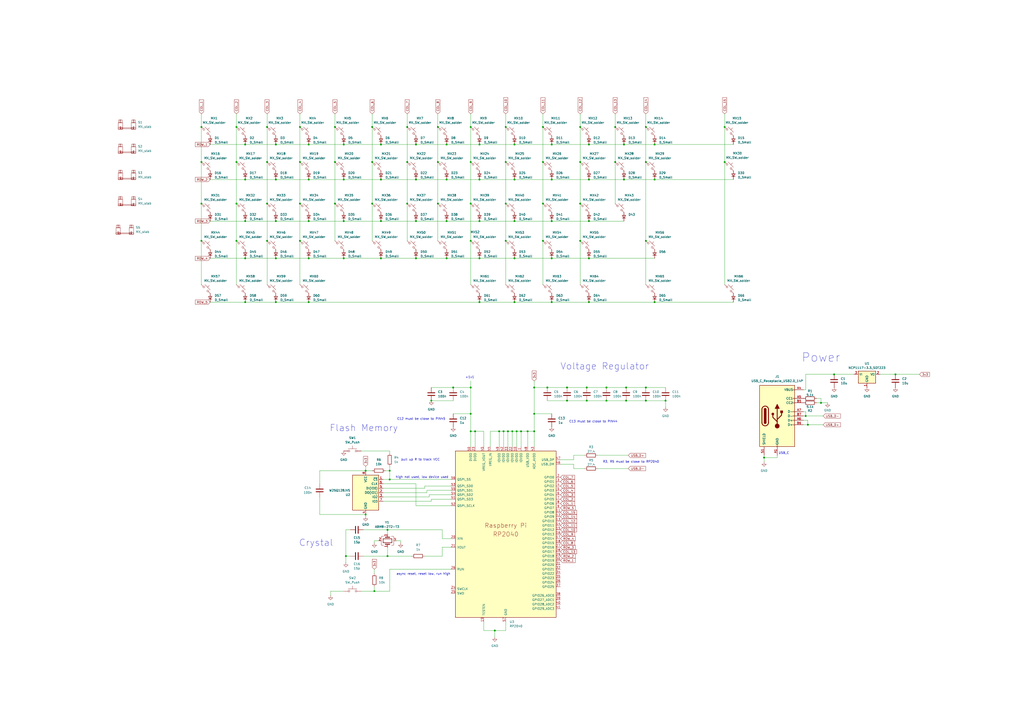
<source format=kicad_sch>
(kicad_sch (version 20231120) (generator "eeschema") (generator_version "8.0")
  (paper "A2")
  (junction (at 194.31 93.98))
  (junction (at 137.16 139.7))
  (junction (at 236.22 73.66))
  (junction (at 299.72 250.19))
  (junction (at 336.55 118.11))
  (junction (at 443.23 265.43))
  (junction (at 302.26 250.19))
  (junction (at 374.65 93.98))
  (junction (at 137.16 93.98))
  (junction (at 363.22 224.79))
  (junction (at 278.13 175.26))
  (junction (at 320.04 128.27))
  (junction (at 298.45 128.27))
  (junction (at 220.98 128.27))
  (junction (at 328.93 224.79))
  (junction (at 317.5 224.79))
  (junction (at 273.05 250.19))
  (junction (at 224.79 322.58))
  (junction (at 142.24 104.14))
  (junction (at 241.3 128.27))
  (junction (at 142.24 149.86))
  (junction (at 215.9 118.11))
  (junction (at 273.05 93.98))
  (junction (at 374.65 139.7))
  (junction (at 220.98 83.82))
  (junction (at 254 73.66))
  (junction (at 194.31 118.11))
  (junction (at 212.09 273.05))
  (junction (at 287.02 365.76))
  (junction (at 278.13 128.27))
  (junction (at 309.88 240.03))
  (junction (at 220.98 149.86))
  (junction (at 116.84 73.66))
  (junction (at 199.39 128.27))
  (junction (at 356.87 93.98))
  (junction (at 356.87 73.66))
  (junction (at 351.79 232.41))
  (junction (at 379.73 175.26))
  (junction (at 273.05 73.66))
  (junction (at 363.22 232.41))
  (junction (at 215.9 93.98))
  (junction (at 173.99 93.98))
  (junction (at 297.18 250.19))
  (junction (at 179.07 175.26))
  (junction (at 340.36 224.79))
  (junction (at 179.07 149.86))
  (junction (at 467.36 241.3))
  (junction (at 142.24 83.82))
  (junction (at 341.63 175.26))
  (junction (at 199.39 149.86))
  (junction (at 142.24 128.27))
  (junction (at 420.37 73.66))
  (junction (at 379.73 104.14))
  (junction (at 336.55 139.7))
  (junction (at 273.05 118.11))
  (junction (at 320.04 83.82))
  (junction (at 336.55 73.66))
  (junction (at 328.93 232.41))
  (junction (at 341.63 83.82))
  (junction (at 250.19 232.41))
  (junction (at 137.16 73.66))
  (junction (at 179.07 128.27))
  (junction (at 224.79 307.34))
  (junction (at 241.3 83.82))
  (junction (at 273.05 240.03))
  (junction (at 259.08 149.86))
  (junction (at 420.37 93.98))
  (junction (at 199.39 83.82))
  (junction (at 254 93.98))
  (junction (at 278.13 104.14))
  (junction (at 259.08 83.82))
  (junction (at 374.65 232.41))
  (junction (at 340.36 232.41))
  (junction (at 116.84 139.7))
  (junction (at 200.66 322.58))
  (junction (at 259.08 128.27))
  (junction (at 199.39 104.14))
  (junction (at 298.45 104.14))
  (junction (at 173.99 139.7))
  (junction (at 314.96 73.66))
  (junction (at 298.45 149.86))
  (junction (at 519.43 217.17))
  (junction (at 154.94 118.11))
  (junction (at 476.25 233.68))
  (junction (at 275.59 250.19))
  (junction (at 298.45 83.82))
  (junction (at 320.04 104.14))
  (junction (at 160.02 83.82))
  (junction (at 212.09 298.45))
  (junction (at 142.24 175.26))
  (junction (at 351.79 224.79))
  (junction (at 116.84 93.98))
  (junction (at 116.84 118.11))
  (junction (at 262.89 224.79))
  (junction (at 160.02 149.86))
  (junction (at 293.37 73.66))
  (junction (at 289.56 250.19))
  (junction (at 320.04 175.26))
  (junction (at 154.94 93.98))
  (junction (at 468.63 246.38))
  (junction (at 374.65 73.66))
  (junction (at 137.16 118.11))
  (junction (at 236.22 118.11))
  (junction (at 386.08 232.41))
  (junction (at 226.06 278.13))
  (junction (at 194.31 73.66))
  (junction (at 314.96 118.11))
  (junction (at 217.17 342.9))
  (junction (at 241.3 149.86))
  (junction (at 160.02 104.14))
  (junction (at 179.07 83.82))
  (junction (at 294.64 250.19))
  (junction (at 361.95 104.14))
  (junction (at 298.45 175.26))
  (junction (at 292.1 250.19))
  (junction (at 374.65 224.79))
  (junction (at 236.22 93.98))
  (junction (at 293.37 118.11))
  (junction (at 154.94 139.7))
  (junction (at 179.07 104.14))
  (junction (at 173.99 73.66))
  (junction (at 309.88 250.19))
  (junction (at 361.95 83.82))
  (junction (at 273.05 224.79))
  (junction (at 226.06 273.05))
  (junction (at 241.3 104.14))
  (junction (at 336.55 93.98))
  (junction (at 320.04 149.86))
  (junction (at 173.99 118.11))
  (junction (at 154.94 73.66))
  (junction (at 273.05 139.7))
  (junction (at 314.96 139.7))
  (junction (at 254 118.11))
  (junction (at 341.63 104.14))
  (junction (at 306.07 250.19))
  (junction (at 341.63 128.27))
  (junction (at 379.73 83.82))
  (junction (at 483.87 217.17))
  (junction (at 293.37 93.98))
  (junction (at 259.08 104.14))
  (junction (at 220.98 104.14))
  (junction (at 215.9 73.66))
  (junction (at 160.02 128.27))
  (junction (at 293.37 139.7))
  (junction (at 309.88 224.79))
  (junction (at 341.63 149.86))
  (junction (at 278.13 149.86))
  (junction (at 314.96 93.98))
  (junction (at 278.13 83.82))
  (junction (at 160.02 175.26))
  (wire (pts (xy 336.55 139.7) (xy 336.55 165.1)))
  (wire (pts (xy 298.45 83.82) (xy 320.04 83.82)))
  (wire (pts (xy 443.23 265.43) (xy 450.85 265.43)))
  (wire (pts (xy 351.79 232.41) (xy 363.22 232.41)))
  (wire (pts (xy 306.07 250.19) (xy 309.88 250.19)))
  (wire (pts (xy 351.79 224.79) (xy 363.22 224.79)))
  (wire (pts (xy 320.04 104.14) (xy 341.63 104.14)))
  (wire (pts (xy 137.16 66.04) (xy 137.16 73.66)))
  (wire (pts (xy 250.19 289.56) (xy 261.62 289.56)))
  (wire (pts (xy 116.84 93.98) (xy 116.84 118.11)))
  (wire (pts (xy 468.63 246.38) (xy 477.52 246.38)))
  (wire (pts (xy 287.02 365.76) (xy 293.37 365.76)))
  (wire (pts (xy 273.05 250.19) (xy 273.05 259.08)))
  (wire (pts (xy 273.05 250.19) (xy 275.59 250.19)))
  (wire (pts (xy 320.04 128.27) (xy 341.63 128.27)))
  (wire (pts (xy 297.18 250.19) (xy 297.18 259.08)))
  (wire (pts (xy 332.74 266.7) (xy 332.74 264.16)))
  (wire (pts (xy 325.12 266.7) (xy 332.74 266.7)))
  (wire (pts (xy 273.05 73.66) (xy 273.05 93.98)))
  (wire (pts (xy 293.37 139.7) (xy 293.37 165.1)))
  (wire (pts (xy 256.54 307.34) (xy 256.54 312.42)))
  (wire (pts (xy 185.42 298.45) (xy 212.09 298.45)))
  (wire (pts (xy 224.79 309.88) (xy 224.79 307.34)))
  (wire (pts (xy 292.1 250.19) (xy 294.64 250.19)))
  (wire (pts (xy 320.04 83.82) (xy 341.63 83.82)))
  (wire (pts (xy 194.31 118.11) (xy 194.31 139.7)))
  (wire (pts (xy 302.26 250.19) (xy 302.26 259.08)))
  (wire (pts (xy 346.71 271.78) (xy 364.49 271.78)))
  (wire (pts (xy 137.16 73.66) (xy 137.16 93.98)))
  (wire (pts (xy 273.05 66.04) (xy 273.05 73.66)))
  (wire (pts (xy 224.79 322.58) (xy 238.76 322.58)))
  (wire (pts (xy 224.79 307.34) (xy 256.54 307.34)))
  (wire (pts (xy 241.3 149.86) (xy 259.08 149.86)))
  (wire (pts (xy 200.66 322.58) (xy 203.2 322.58)))
  (wire (pts (xy 280.67 365.76) (xy 287.02 365.76)))
  (wire (pts (xy 236.22 93.98) (xy 236.22 118.11)))
  (wire (pts (xy 466.09 226.06) (xy 467.36 226.06)))
  (wire (pts (xy 278.13 175.26) (xy 298.45 175.26)))
  (wire (pts (xy 154.94 66.04) (xy 154.94 73.66)))
  (wire (pts (xy 217.17 330.2) (xy 217.17 332.74)))
  (wire (pts (xy 293.37 66.04) (xy 293.37 73.66)))
  (wire (pts (xy 137.16 139.7) (xy 137.16 165.1)))
  (wire (pts (xy 476.25 231.14) (xy 476.25 233.68)))
  (wire (pts (xy 273.05 220.98) (xy 273.05 224.79)))
  (wire (pts (xy 226.06 273.05) (xy 226.06 278.13)))
  (wire (pts (xy 473.71 233.68) (xy 476.25 233.68)))
  (wire (pts (xy 199.39 149.86) (xy 220.98 149.86)))
  (wire (pts (xy 246.38 283.21) (xy 246.38 281.94)))
  (wire (pts (xy 250.19 224.79) (xy 262.89 224.79)))
  (wire (pts (xy 336.55 93.98) (xy 336.55 118.11)))
  (wire (pts (xy 254 73.66) (xy 254 93.98)))
  (wire (pts (xy 160.02 149.86) (xy 179.07 149.86)))
  (wire (pts (xy 229.87 313.69) (xy 232.41 313.69)))
  (wire (pts (xy 320.04 149.86) (xy 341.63 149.86)))
  (wire (pts (xy 336.55 66.04) (xy 336.55 73.66)))
  (wire (pts (xy 309.88 250.19) (xy 309.88 259.08)))
  (wire (pts (xy 273.05 93.98) (xy 273.05 118.11)))
  (wire (pts (xy 220.98 128.27) (xy 241.3 128.27)))
  (wire (pts (xy 226.06 261.62) (xy 226.06 262.89)))
  (wire (pts (xy 248.92 287.02) (xy 261.62 287.02)))
  (wire (pts (xy 220.98 104.14) (xy 241.3 104.14)))
  (wire (pts (xy 116.84 139.7) (xy 116.84 165.1)))
  (wire (pts (xy 299.72 250.19) (xy 302.26 250.19)))
  (wire (pts (xy 273.05 240.03) (xy 273.05 250.19)))
  (wire (pts (xy 194.31 93.98) (xy 194.31 118.11)))
  (wire (pts (xy 346.71 264.16) (xy 364.49 264.16)))
  (wire (pts (xy 443.23 265.43) (xy 443.23 267.97)))
  (wire (pts (xy 341.63 128.27) (xy 361.95 128.27)))
  (wire (pts (xy 142.24 83.82) (xy 160.02 83.82)))
  (wire (pts (xy 298.45 128.27) (xy 320.04 128.27)))
  (wire (pts (xy 340.36 232.41) (xy 351.79 232.41)))
  (wire (pts (xy 185.42 288.29) (xy 185.42 298.45)))
  (wire (pts (xy 217.17 340.36) (xy 217.17 342.9)))
  (wire (pts (xy 194.31 66.04) (xy 194.31 73.66)))
  (wire (pts (xy 179.07 175.26) (xy 278.13 175.26)))
  (wire (pts (xy 314.96 93.98) (xy 314.96 118.11)))
  (wire (pts (xy 299.72 250.19) (xy 299.72 259.08)))
  (wire (pts (xy 374.65 93.98) (xy 374.65 139.7)))
  (wire (pts (xy 278.13 104.14) (xy 298.45 104.14)))
  (wire (pts (xy 262.89 224.79) (xy 273.05 224.79)))
  (wire (pts (xy 341.63 83.82) (xy 361.95 83.82)))
  (wire (pts (xy 236.22 118.11) (xy 236.22 139.7)))
  (wire (pts (xy 314.96 139.7) (xy 314.96 165.1)))
  (wire (pts (xy 246.38 322.58) (xy 256.54 322.58)))
  (wire (pts (xy 284.48 259.08) (xy 284.48 250.19)))
  (wire (pts (xy 121.92 128.27) (xy 142.24 128.27)))
  (wire (pts (xy 248.92 288.29) (xy 248.92 287.02)))
  (wire (pts (xy 220.98 83.82) (xy 241.3 83.82)))
  (wire (pts (xy 280.67 360.68) (xy 280.67 365.76)))
  (wire (pts (xy 226.06 278.13) (xy 261.62 278.13)))
  (wire (pts (xy 483.87 217.17) (xy 495.3 217.17)))
  (wire (pts (xy 142.24 104.14) (xy 160.02 104.14)))
  (wire (pts (xy 173.99 93.98) (xy 173.99 118.11)))
  (wire (pts (xy 254 118.11) (xy 254 139.7)))
  (wire (pts (xy 173.99 73.66) (xy 173.99 93.98)))
  (wire (pts (xy 209.55 342.9) (xy 217.17 342.9)))
  (wire (pts (xy 199.39 342.9) (xy 191.77 342.9)))
  (wire (pts (xy 314.96 66.04) (xy 314.96 73.66)))
  (wire (pts (xy 232.41 313.69) (xy 232.41 314.96)))
  (wire (pts (xy 254 93.98) (xy 254 118.11)))
  (wire (pts (xy 222.25 290.83) (xy 250.19 290.83)))
  (wire (pts (xy 250.19 232.41) (xy 262.89 232.41)))
  (wire (pts (xy 259.08 104.14) (xy 278.13 104.14)))
  (wire (pts (xy 341.63 104.14) (xy 361.95 104.14)))
  (wire (pts (xy 293.37 360.68) (xy 293.37 365.76)))
  (wire (pts (xy 466.09 246.38) (xy 468.63 246.38)))
  (wire (pts (xy 226.06 261.62) (xy 209.55 261.62)))
  (wire (pts (xy 154.94 73.66) (xy 154.94 93.98)))
  (wire (pts (xy 212.09 270.51) (xy 212.09 273.05)))
  (wire (pts (xy 160.02 128.27) (xy 179.07 128.27)))
  (wire (pts (xy 519.43 217.17) (xy 533.4 217.17)))
  (wire (pts (xy 259.08 83.82) (xy 278.13 83.82)))
  (wire (pts (xy 278.13 83.82) (xy 298.45 83.82)))
  (wire (pts (xy 116.84 73.66) (xy 116.84 93.98)))
  (wire (pts (xy 325.12 269.24) (xy 332.74 269.24)))
  (wire (pts (xy 137.16 118.11) (xy 137.16 139.7)))
  (wire (pts (xy 173.99 66.04) (xy 173.99 73.66)))
  (wire (pts (xy 328.93 232.41) (xy 340.36 232.41)))
  (wire (pts (xy 341.63 175.26) (xy 379.73 175.26)))
  (wire (pts (xy 289.56 250.19) (xy 289.56 259.08)))
  (wire (pts (xy 379.73 175.26) (xy 425.45 175.26)))
  (wire (pts (xy 374.65 66.04) (xy 374.65 73.66)))
  (wire (pts (xy 314.96 73.66) (xy 314.96 93.98)))
  (wire (pts (xy 420.37 73.66) (xy 420.37 93.98)))
  (wire (pts (xy 160.02 175.26) (xy 179.07 175.26)))
  (wire (pts (xy 217.17 342.9) (xy 226.06 342.9)))
  (wire (pts (xy 241.3 83.82) (xy 259.08 83.82)))
  (wire (pts (xy 220.98 149.86) (xy 241.3 149.86)))
  (wire (pts (xy 298.45 175.26) (xy 320.04 175.26)))
  (wire (pts (xy 223.52 273.05) (xy 226.06 273.05)))
  (wire (pts (xy 284.48 250.19) (xy 289.56 250.19)))
  (wire (pts (xy 425.45 104.14) (xy 379.73 104.14)))
  (wire (pts (xy 297.18 250.19) (xy 299.72 250.19)))
  (wire (pts (xy 179.07 83.82) (xy 199.39 83.82)))
  (wire (pts (xy 273.05 118.11) (xy 273.05 139.7)))
  (wire (pts (xy 179.07 104.14) (xy 199.39 104.14)))
  (wire (pts (xy 185.42 280.67) (xy 185.42 273.05)))
  (wire (pts (xy 336.55 118.11) (xy 336.55 139.7)))
  (wire (pts (xy 466.09 241.3) (xy 467.36 241.3)))
  (wire (pts (xy 116.84 66.04) (xy 116.84 73.66)))
  (wire (pts (xy 199.39 83.82) (xy 220.98 83.82)))
  (wire (pts (xy 154.94 118.11) (xy 154.94 139.7)))
  (wire (pts (xy 222.25 278.13) (xy 226.06 278.13)))
  (wire (pts (xy 473.71 231.14) (xy 476.25 231.14)))
  (wire (pts (xy 420.37 93.98) (xy 420.37 165.1)))
  (wire (pts (xy 467.36 241.3) (xy 477.52 241.3)))
  (wire (pts (xy 215.9 118.11) (xy 215.9 139.7)))
  (wire (pts (xy 261.62 330.2) (xy 226.06 330.2)))
  (wire (pts (xy 247.65 285.75) (xy 247.65 284.48)))
  (wire (pts (xy 226.06 330.2) (xy 226.06 342.9)))
  (wire (pts (xy 212.09 298.45) (xy 212.09 299.72)))
  (wire (pts (xy 450.85 264.16) (xy 450.85 265.43)))
  (wire (pts (xy 466.09 243.84) (xy 468.63 243.84)))
  (wire (pts (xy 341.63 149.86) (xy 379.73 149.86)))
  (wire (pts (xy 306.07 250.19) (xy 306.07 259.08)))
  (wire (pts (xy 309.88 224.79) (xy 309.88 240.03)))
  (wire (pts (xy 320.04 175.26) (xy 341.63 175.26)))
  (wire (pts (xy 219.71 313.69) (xy 217.17 313.69)))
  (wire (pts (xy 222.25 285.75) (xy 247.65 285.75)))
  (wire (pts (xy 191.77 342.9) (xy 191.77 345.44)))
  (wire (pts (xy 236.22 66.04) (xy 236.22 73.66)))
  (wire (pts (xy 374.65 224.79) (xy 386.08 224.79)))
  (wire (pts (xy 379.73 83.82) (xy 425.45 83.82)))
  (wire (pts (xy 226.06 270.51) (xy 226.06 273.05)))
  (wire (pts (xy 374.65 139.7) (xy 374.65 165.1)))
  (wire (pts (xy 256.54 317.5) (xy 261.62 317.5)))
  (wire (pts (xy 328.93 224.79) (xy 340.36 224.79)))
  (wire (pts (xy 217.17 313.69) (xy 217.17 314.96)))
  (wire (pts (xy 142.24 149.86) (xy 160.02 149.86)))
  (wire (pts (xy 210.82 322.58) (xy 224.79 322.58)))
  (wire (pts (xy 467.36 226.06) (xy 467.36 217.17)))
  (wire (pts (xy 137.16 93.98) (xy 137.16 118.11)))
  (wire (pts (xy 179.07 128.27) (xy 199.39 128.27)))
  (wire (pts (xy 259.08 128.27) (xy 278.13 128.27)))
  (wire (pts (xy 467.36 217.17) (xy 483.87 217.17)))
  (wire (pts (xy 289.56 250.19) (xy 292.1 250.19)))
  (wire (pts (xy 466.09 238.76) (xy 467.36 238.76)))
  (wire (pts (xy 254 66.04) (xy 254 73.66)))
  (wire (pts (xy 280.67 259.08) (xy 280.67 250.19)))
  (wire (pts (xy 173.99 139.7) (xy 173.99 165.1)))
  (wire (pts (xy 256.54 322.58) (xy 256.54 317.5)))
  (wire (pts (xy 293.37 118.11) (xy 293.37 139.7)))
  (wire (pts (xy 356.87 73.66) (xy 356.87 93.98)))
  (wire (pts (xy 420.37 66.04) (xy 420.37 73.66)))
  (wire (pts (xy 363.22 224.79) (xy 374.65 224.79)))
  (wire (pts (xy 510.54 217.17) (xy 519.43 217.17)))
  (wire (pts (xy 224.79 317.5) (xy 224.79 322.58)))
  (wire (pts (xy 309.88 240.03) (xy 309.88 250.19)))
  (wire (pts (xy 298.45 104.14) (xy 320.04 104.14)))
  (wire (pts (xy 293.37 73.66) (xy 293.37 93.98)))
  (wire (pts (xy 200.66 307.34) (xy 200.66 322.58)))
  (wire (pts (xy 314.96 118.11) (xy 314.96 139.7)))
  (wire (pts (xy 142.24 128.27) (xy 160.02 128.27)))
  (wire (pts (xy 476.25 233.68) (xy 480.06 233.68)))
  (wire (pts (xy 332.74 269.24) (xy 332.74 271.78)))
  (wire (pts (xy 222.25 280.67) (xy 241.3 280.67)))
  (wire (pts (xy 280.67 250.19) (xy 275.59 250.19)))
  (wire (pts (xy 199.39 104.14) (xy 220.98 104.14)))
  (wire (pts (xy 185.42 273.05) (xy 212.09 273.05)))
  (wire (pts (xy 332.74 264.16) (xy 339.09 264.16)))
  (wire (pts (xy 247.65 284.48) (xy 261.62 284.48)))
  (wire (pts (xy 121.92 104.14) (xy 142.24 104.14)))
  (wire (pts (xy 241.3 280.67) (xy 241.3 293.37)))
  (wire (pts (xy 298.45 149.86) (xy 320.04 149.86)))
  (wire (pts (xy 278.13 149.86) (xy 298.45 149.86)))
  (wire (pts (xy 293.37 93.98) (xy 293.37 118.11)))
  (wire (pts (xy 332.74 271.78) (xy 339.09 271.78)))
  (wire (pts (xy 250.19 290.83) (xy 250.19 289.56)))
  (wire (pts (xy 363.22 232.41) (xy 374.65 232.41)))
  (wire (pts (xy 173.99 118.11) (xy 173.99 139.7)))
  (wire (pts (xy 121.92 175.26) (xy 142.24 175.26)))
  (wire (pts (xy 241.3 104.14) (xy 259.08 104.14)))
  (wire (pts (xy 294.64 250.19) (xy 297.18 250.19)))
  (wire (pts (xy 160.02 104.14) (xy 179.07 104.14)))
  (wire (pts (xy 309.88 220.98) (xy 309.88 224.79)))
  (wire (pts (xy 210.82 307.34) (xy 224.79 307.34)))
  (wire (pts (xy 292.1 250.19) (xy 292.1 259.08)))
  (wire (pts (xy 467.36 238.76) (xy 467.36 241.3)))
  (wire (pts (xy 160.02 83.82) (xy 179.07 83.82)))
  (wire (pts (xy 443.23 264.16) (xy 443.23 265.43)))
  (wire (pts (xy 200.66 322.58) (xy 200.66 326.39)))
  (wire (pts (xy 222.25 283.21) (xy 246.38 283.21)))
  (wire (pts (xy 374.65 73.66) (xy 374.65 93.98)))
  (wire (pts (xy 215.9 93.98) (xy 215.9 118.11)))
  (wire (pts (xy 361.95 104.14) (xy 379.73 104.14)))
  (wire (pts (xy 179.07 149.86) (xy 199.39 149.86)))
  (wire (pts (xy 121.92 83.82) (xy 142.24 83.82)))
  (wire (pts (xy 154.94 93.98) (xy 154.94 118.11)))
  (wire (pts (xy 256.54 312.42) (xy 261.62 312.42)))
  (wire (pts (xy 241.3 293.37) (xy 261.62 293.37)))
  (wire (pts (xy 309.88 240.03) (xy 320.04 240.03)))
  (wire (pts (xy 222.25 288.29) (xy 248.92 288.29)))
  (wire (pts (xy 215.9 66.04) (xy 215.9 73.66)))
  (wire (pts (xy 275.59 250.19) (xy 275.59 259.08)))
  (wire (pts (xy 356.87 66.04) (xy 356.87 73.66)))
  (wire (pts (xy 361.95 83.82) (xy 379.73 83.82)))
  (wire (pts (xy 294.64 250.19) (xy 294.64 259.08)))
  (wire (pts (xy 468.63 243.84) (xy 468.63 246.38)))
  (wire (pts (xy 121.92 149.86) (xy 142.24 149.86)))
  (wire (pts (xy 246.38 281.94) (xy 261.62 281.94)))
  (wire (pts (xy 154.94 139.7) (xy 154.94 165.1)))
  (wire (pts (xy 116.84 118.11) (xy 116.84 139.7)))
  (wire (pts (xy 374.65 232.41) (xy 386.08 232.41)))
  (wire (pts (xy 317.5 232.41) (xy 328.93 232.41)))
  (wire (pts (xy 262.89 240.03) (xy 273.05 240.03)))
  (wire (pts (xy 317.5 224.79) (xy 328.93 224.79)))
  (wire (pts (xy 203.2 307.34) (xy 200.66 307.34)))
  (wire (pts (xy 309.88 224.79) (xy 317.5 224.79)))
  (wire (pts (xy 142.24 175.26) (xy 160.02 175.26)))
  (wire (pts (xy 215.9 73.66) (xy 215.9 93.98)))
  (wire (pts (xy 340.36 224.79) (xy 351.79 224.79)))
  (wire (pts (xy 241.3 128.27) (xy 259.08 128.27)))
  (wire (pts (xy 194.31 73.66) (xy 194.31 93.98)))
  (wire (pts (xy 236.22 73.66) (xy 236.22 93.98)))
  (wire (pts (xy 199.39 128.27) (xy 220.98 128.27)))
  (wire (pts (xy 336.55 73.66) (xy 336.55 93.98)))
  (wire (pts (xy 386.08 232.41) (xy 386.08 236.22)))
  (wire (pts (xy 287.02 365.76) (xy 287.02 369.57)))
  (wire (pts (xy 273.05 139.7) (xy 273.05 165.1)))
  (wire (pts (xy 259.08 149.86) (xy 278.13 149.86)))
  (wire (pts (xy 302.26 250.19) (xy 306.07 250.19)))
  (wire (pts (xy 212.09 273.05) (xy 215.9 273.05)))
  (wire (pts (xy 278.13 128.27) (xy 298.45 128.27)))
  (wire (pts (xy 273.05 224.79) (xy 273.05 240.03)))
  (wire (pts (xy 356.87 93.98) (xy 356.87 118.11)))
  (text "+1v1\n" (at 272.542 218.948 0) (effects (font (size 1.27 1.27))))
  (text "Voltage Regulator\n" (at 350.774 212.598 0) (effects (font (size 3.81 3.81))))
  (text "pull up R to track VCC" (at 243.84 266.7 0) (effects (font (size 1.27 1.27))))
  (text "USB_C\n" (at 454.66 262.89 0) (effects (font (size 1.27 1.27))))
  (text "high not used, low device used\n" (at 244.856 276.86 0) (effects (font (size 1.27 1.27))))
  (text "Flash Memory" (at 211.074 248.412 0) (effects (font (size 3.81 3.81))))
  (text "C12 must be close to PIN45" (at 244.348 243.078 0) (effects (font (size 1.27 1.27))))
  (text "async reset, reset low, run high" (at 245.618 332.994 0) (effects (font (size 1.27 1.27))))
  (text "Crystal" (at 183.388 314.96 0) (effects (font (size 3.81 3.81))))
  (text "C13 must be close to PIN44" (at 344.17 244.602 0) (effects (font (size 1.27 1.27))))
  (text "Power" (at 476.25 207.518 0) (effects (font (size 5.08 5.08))))
  (text "R3, R5 must be close to RP2040\n" (at 366.014 267.97 0) (effects (font (size 1.27 1.27))))
  (global_label "COL_4" (shape input) (at 325.12 284.48 0) (property "Intersheetrefs" "${INTERSHEET_REFS}" (effects (hide yes))))
  (global_label "COL_12" (shape input) (at 336.55 66.04 90) (property "Intersheetrefs" "${INTERSHEET_REFS}" (effects (hide yes))))
  (global_label "ROW_3" (shape input) (at 325.12 317.5 0) (property "Intersheetrefs" "${INTERSHEET_REFS}" (effects (hide yes))))
  (global_label "COL_15" (shape input) (at 325.12 297.18 0) (property "Intersheetrefs" "${INTERSHEET_REFS}" (effects (hide yes))))
  (global_label "COL_8" (shape input) (at 325.12 314.96 0) (property "Intersheetrefs" "${INTERSHEET_REFS}" (effects (hide yes))))
  (global_label "3v3" (shape input) (at 309.88 220.98 90) (property "Intersheetrefs" "${INTERSHEET_REFS}" (effects (hide yes))))
  (global_label "COL_3" (shape input) (at 154.94 66.04 90) (property "Intersheetrefs" "${INTERSHEET_REFS}" (effects (hide yes))))
  (global_label "COL_4" (shape input) (at 173.99 66.04 90) (property "Intersheetrefs" "${INTERSHEET_REFS}" (effects (hide yes))))
  (global_label "COL_9" (shape input) (at 325.12 309.88 0) (property "Intersheetrefs" "${INTERSHEET_REFS}" (effects (hide yes))))
  (global_label "COL_11" (shape input) (at 314.96 66.04 90) (property "Intersheetrefs" "${INTERSHEET_REFS}" (effects (hide yes))))
  (global_label "COL_11" (shape input) (at 325.12 304.8 0) (property "Intersheetrefs" "${INTERSHEET_REFS}" (effects (hide yes))))
  (global_label "COL_5" (shape input) (at 325.12 281.94 0) (property "Intersheetrefs" "${INTERSHEET_REFS}" (effects (hide yes))))
  (global_label "ROW_2" (shape input) (at 325.12 322.58 0) (property "Intersheetrefs" "${INTERSHEET_REFS}" (effects (hide yes))))
  (global_label "USB_D-" (shape input) (at 477.52 241.3 0) (property "Intersheetrefs" "${INTERSHEET_REFS}" (effects (hide yes))))
  (global_label "COL_12" (shape input) (at 325.12 302.26 0) (property "Intersheetrefs" "${INTERSHEET_REFS}" (effects (hide yes))))
  (global_label "ROW_4" (shape input) (at 121.92 149.86 180) (property "Intersheetrefs" "${INTERSHEET_REFS}" (effects (hide yes))))
  (global_label "COL_3" (shape input) (at 325.12 287.02 0) (property "Intersheetrefs" "${INTERSHEET_REFS}" (effects (hide yes))))
  (global_label "COL_9" (shape input) (at 273.05 66.04 90) (property "Intersheetrefs" "${INTERSHEET_REFS}" (effects (hide yes))))
  (global_label "COL_7" (shape input) (at 325.12 276.86 0) (property "Intersheetrefs" "${INTERSHEET_REFS}" (effects (hide yes))))
  (global_label "ROW_4" (shape input) (at 325.12 312.42 0) (property "Intersheetrefs" "${INTERSHEET_REFS}" (effects (hide yes))))
  (global_label "ROW_5" (shape input) (at 121.92 175.26 180) (property "Intersheetrefs" "${INTERSHEET_REFS}" (effects (hide yes))))
  (global_label "ROW_1" (shape input) (at 325.12 325.12 0) (property "Intersheetrefs" "${INTERSHEET_REFS}" (effects (hide yes))))
  (global_label "COL_1" (shape input) (at 325.12 292.1 0) (property "Intersheetrefs" "${INTERSHEET_REFS}" (effects (hide yes))))
  (global_label "COL_6" (shape input) (at 325.12 279.4 0) (property "Intersheetrefs" "${INTERSHEET_REFS}" (effects (hide yes))))
  (global_label "3v3" (shape input) (at 217.17 330.2 90) (property "Intersheetrefs" "${INTERSHEET_REFS}" (effects (hide yes))))
  (global_label "COL_10" (shape input) (at 325.12 307.34 0) (property "Intersheetrefs" "${INTERSHEET_REFS}" (effects (hide yes))))
  (global_label "COL_5" (shape input) (at 194.31 66.04 90) (property "Intersheetrefs" "${INTERSHEET_REFS}" (effects (hide yes))))
  (global_label "COL_7" (shape input) (at 236.22 66.04 90) (property "Intersheetrefs" "${INTERSHEET_REFS}" (effects (hide yes))))
  (global_label "COL_14" (shape input) (at 325.12 299.72 0) (property "Intersheetrefs" "${INTERSHEET_REFS}" (effects (hide yes))))
  (global_label "USB_D+" (shape input) (at 477.52 246.38 0) (property "Intersheetrefs" "${INTERSHEET_REFS}" (effects (hide yes))))
  (global_label "COL_13" (shape input) (at 325.12 320.04 0) (property "Intersheetrefs" "${INTERSHEET_REFS}" (effects (hide yes))))
  (global_label "COL_13" (shape input) (at 356.87 66.04 90) (property "Intersheetrefs" "${INTERSHEET_REFS}" (effects (hide yes))))
  (global_label "ROW_5" (shape input) (at 325.12 294.64 0) (property "Intersheetrefs" "${INTERSHEET_REFS}" (effects (hide yes))))
  (global_label "ROW_1" (shape input) (at 121.92 83.82 180) (property "Intersheetrefs" "${INTERSHEET_REFS}" (effects (hide yes))))
  (global_label "COL_14" (shape input) (at 374.65 66.04 90) (property "Intersheetrefs" "${INTERSHEET_REFS}" (effects (hide yes))))
  (global_label "COL_6" (shape input) (at 215.9 66.04 90) (property "Intersheetrefs" "${INTERSHEET_REFS}" (effects (hide yes))))
  (global_label "ROW_2" (shape input) (at 121.92 104.14 180) (property "Intersheetrefs" "${INTERSHEET_REFS}" (effects (hide yes))))
  (global_label "ROW_3" (shape input) (at 121.92 128.27 180) (property "Intersheetrefs" "${INTERSHEET_REFS}" (effects (hide yes))))
  (global_label "USB_D+" (shape input) (at 364.49 264.16 0) (property "Intersheetrefs" "${INTERSHEET_REFS}" (effects (hide yes))))
  (global_label "COL_2" (shape input) (at 325.12 289.56 0) (property "Intersheetrefs" "${INTERSHEET_REFS}" (effects (hide yes))))
  (global_label "COL_2" (shape input) (at 137.16 66.04 90) (property "Intersheetrefs" "${INTERSHEET_REFS}" (effects (hide yes))))
  (global_label "USB_D-" (shape input) (at 364.49 271.78 0) (property "Intersheetrefs" "${INTERSHEET_REFS}" (effects (hide yes))))
  (global_label "3v3" (shape input) (at 212.09 270.51 90) (property "Intersheetrefs" "${INTERSHEET_REFS}" (effects (hide yes))))
  (global_label "COL_8" (shape input) (at 254 66.04 90) (property "Intersheetrefs" "${INTERSHEET_REFS}" (effects (hide yes))))
  (global_label "COL_10" (shape input) (at 293.37 66.04 90) (property "Intersheetrefs" "${INTERSHEET_REFS}" (effects (hide yes))))
  (global_label "3v3" (shape input) (at 533.4 217.17 0) (property "Intersheetrefs" "${INTERSHEET_REFS}" (effects (hide yes))))
  (global_label "COL_15" (shape input) (at 420.37 66.04 90) (property "Intersheetrefs" "${INTERSHEET_REFS}" (effects (hide yes))))
  (global_label "COL_1" (shape input) (at 116.84 66.04 90) (property "Intersheetrefs" "${INTERSHEET_REFS}" (effects (hide yes))))
  (symbol (lib_id "Device:D_Small") (at 199.39 101.6 90) (unit 1)
    (property "Reference" "D20" (at 201.93 100.3299 90) (effects (justify right)))
    (property "Value" "D_Small" (at 201.93 102.8699 90) (effects (justify right)))
    (property "Footprint" "Diode_SMD:D_SOD-123" (effects (hide yes)))
    (property "Description" "Diode, small symbol" (effects (hide yes)))
    (property "Sim.Device" "D" (effects (hide yes)))
    (property "Sim.Pins" "1=K 2=A" (effects (hide yes)))
  )
  (symbol (lib_id "power:GND") (at 250.19 232.41 0) (unit 1)
    (property "Reference" "#PWR04" (effects (hide yes)))
    (property "Value" "GND" (at 250.19 237.49 0))
    (property "Description" "Power symbol creates a global label with name \"GND\" , ground" (effects (hide yes)))
  )
  (symbol (lib_id "PCM_marbastlib-mx:MX_SW_solder") (at 139.7 142.24 0) (unit 1)
    (property "Reference" "MX45" (at 145.288 134.874 0))
    (property "Value" "MX_SW_solder" (at 145.288 137.414 0))
    (property "Footprint" "PCM_marbastlib-mx:SW_MX_1u" (effects (hide yes)))
    (property "Description" "Push button switch, normally open, two pins, 45° tilted" (effects (hide yes)))
  )
  (symbol (lib_id "PCM_marbastlib-mx:MX_SW_solder") (at 275.59 142.24 0) (unit 1)
    (property "Reference" "MX52" (at 275.59 134.62 0))
    (property "Value" "MX_SW_solder" (at 281.178 137.414 0))
    (property "Footprint" "PCM_marbastlib-mx:SW_MX_1u" (effects (hide yes)))
    (property "Description" "Push button switch, normally open, two pins, 45° tilted" (effects (hide yes)))
  )
  (symbol (lib_id "PCM_marbastlib-mx:MX_SW_solder") (at 119.38 120.65 0) (unit 1)
    (property "Reference" "MX31" (at 124.968 113.284 0))
    (property "Value" "MX_SW_solder" (at 124.968 115.824 0))
    (property "Footprint" "PCM_marbastlib-mx:SW_MX_1.75u" (effects (hide yes)))
    (property "Description" "Push button switch, normally open, two pins, 45° tilted" (effects (hide yes)))
  )
  (symbol (lib_id "PCM_marbastlib-mx:MX_SW_solder") (at 422.91 96.52 0) (unit 1)
    (property "Reference" "MX30" (at 427.736 88.9 0))
    (property "Value" "MX_SW_solder" (at 427.736 91.44 0))
    (property "Footprint" "PCM_marbastlib-mx:SW_MX_1u" (effects (hide yes)))
    (property "Description" "Push button switch, normally open, two pins, 45° tilted" (effects (hide yes)))
  )
  (symbol (lib_id "Device:D_Small") (at 278.13 101.6 90) (unit 1)
    (property "Reference" "D24" (at 280.67 100.3299 90) (effects (justify right)))
    (property "Value" "D_Small" (at 280.67 102.8699 90) (effects (justify right)))
    (property "Footprint" "Diode_SMD:D_SOD-123" (effects (hide yes)))
    (property "Description" "Diode, small symbol" (effects (hide yes)))
    (property "Sim.Device" "D" (effects (hide yes)))
    (property "Sim.Pins" "1=K 2=A" (effects (hide yes)))
  )
  (symbol (lib_id "PCM_marbastlib-mx:MX_SW_solder") (at 359.41 96.52 0) (unit 1)
    (property "Reference" "MX28" (at 364.998 89.154 0))
    (property "Value" "MX_SW_solder" (at 364.998 91.694 0))
    (property "Footprint" "PCM_marbastlib-mx:SW_MX_1u" (effects (hide yes)))
    (property "Description" "Push button switch, normally open, two pins, 45° tilted" (effects (hide yes)))
  )
  (symbol (lib_id "Device:C") (at 207.01 322.58 90) (unit 1)
    (property "Reference" "C16" (at 207.01 327.152 90))
    (property "Value" "15p" (at 207.01 329.692 90))
    (property "Footprint" "Capacitor_SMD:C_0402_1005Metric" (effects (hide yes)))
    (property "Description" "Unpolarized capacitor" (effects (hide yes)))
  )
  (symbol (lib_id "power:GND") (at 502.92 224.79 0) (unit 1)
    (property "Reference" "#PWR02" (effects (hide yes)))
    (property "Value" "GND" (at 502.92 229.87 0))
    (property "Description" "Power symbol creates a global label with name \"GND\" , ground" (effects (hide yes)))
  )
  (symbol (lib_id "Device:D_Small") (at 179.07 172.72 90) (unit 1)
    (property "Reference" "D60" (at 181.61 171.4499 90) (effects (justify right)))
    (property "Value" "D_Small" (at 181.61 173.9899 90) (effects (justify right)))
    (property "Footprint" "Diode_SMD:D_SOD-123" (effects (hide yes)))
    (property "Description" "Diode, small symbol" (effects (hide yes)))
    (property "Sim.Device" "D" (effects (hide yes)))
    (property "Sim.Pins" "1=K 2=A" (effects (hide yes)))
  )
  (symbol (lib_id "PCM_marbastlib-mx:MX_SW_solder") (at 139.7 120.65 0) (unit 1)
    (property "Reference" "MX32" (at 145.288 113.284 0))
    (property "Value" "MX_SW_solder" (at 145.288 115.824 0))
    (property "Footprint" "PCM_marbastlib-mx:SW_MX_1u" (effects (hide yes)))
    (property "Description" "Push button switch, normally open, two pins, 45° tilted" (effects (hide yes)))
  )
  (symbol (lib_id "Device:C") (at 386.08 228.6 0) (unit 1)
    (property "Reference" "C11" (at 389.89 227.3299 0) (effects (justify left)))
    (property "Value" "100n" (at 389.89 229.8699 0) (effects (justify left)))
    (property "Footprint" "Capacitor_SMD:C_0402_1005Metric" (effects (hide yes)))
    (property "Description" "Unpolarized capacitor" (effects (hide yes)))
  )
  (symbol (lib_id "Switch:SW_Push") (at 204.47 261.62 0) (unit 1)
    (property "Reference" "SW1" (at 204.47 254 0))
    (property "Value" "SW_Push" (at 204.47 256.54 0))
    (property "Footprint" "Button_Switch_THT:SW_PUSH_6mm" (effects (hide yes)))
    (property "Description" "Push button switch, generic, two pins" (effects (hide yes)))
  )
  (symbol (lib_id "Device:D_Small") (at 259.08 125.73 90) (unit 1)
    (property "Reference" "D38" (at 261.62 124.4599 90) (effects (justify right)))
    (property "Value" "D_Small" (at 261.62 126.9999 90) (effects (justify right)))
    (property "Footprint" "Diode_SMD:D_SOD-123" (effects (hide yes)))
    (property "Description" "Diode, small symbol" (effects (hide yes)))
    (property "Sim.Device" "D" (effects (hide yes)))
    (property "Sim.Pins" "1=K 2=A" (effects (hide yes)))
  )
  (symbol (lib_id "PCM_marbastlib-mx:MX_SW_solder") (at 196.85 76.2 0) (unit 1)
    (property "Reference" "MX5" (at 201.676 68.58 0))
    (property "Value" "MX_SW_solder" (at 201.676 71.12 0))
    (property "Footprint" "PCM_marbastlib-mx:SW_MX_1u" (effects (hide yes)))
    (property "Description" "Push button switch, normally open, two pins, 45° tilted" (effects (hide yes)))
  )
  (symbol (lib_id "Device:C") (at 374.65 228.6 0) (unit 1)
    (property "Reference" "C10" (at 378.46 227.3299 0) (effects (justify left)))
    (property "Value" "100n" (at 378.46 229.8699 0) (effects (justify left)))
    (property "Footprint" "Capacitor_SMD:C_0402_1005Metric" (effects (hide yes)))
    (property "Description" "Unpolarized capacitor" (effects (hide yes)))
  )
  (symbol (lib_id "Device:D_Small") (at 425.45 81.28 90) (unit 1)
    (property "Reference" "D15" (at 427.99 80.0099 90) (effects (justify right)))
    (property "Value" "D_Small" (at 427.99 82.5499 90) (effects (justify right)))
    (property "Footprint" "Diode_SMD:D_SOD-123" (effects (hide yes)))
    (property "Description" "Diode, small symbol" (effects (hide yes)))
    (property "Sim.Device" "D" (effects (hide yes)))
    (property "Sim.Pins" "1=K 2=A" (effects (hide yes)))
  )
  (symbol (lib_id "Device:D_Small") (at 241.3 147.32 90) (unit 1)
    (property "Reference" "D50" (at 243.84 146.0499 90) (effects (justify right)))
    (property "Value" "D_Small" (at 243.84 148.5899 90) (effects (justify right)))
    (property "Footprint" "Diode_SMD:D_SOD-123" (effects (hide yes)))
    (property "Description" "Diode, small symbol" (effects (hide yes)))
    (property "Sim.Device" "D" (effects (hide yes)))
    (property "Sim.Pins" "1=K 2=A" (effects (hide yes)))
  )
  (symbol (lib_id "Device:C") (at 262.89 228.6 0) (unit 1)
    (property "Reference" "C4" (at 266.7 227.3299 0) (effects (justify left)))
    (property "Value" "100n" (at 266.7 229.8699 0) (effects (justify left)))
    (property "Footprint" "Capacitor_SMD:C_0402_1005Metric" (effects (hide yes)))
    (property "Description" "Unpolarized capacitor" (effects (hide yes)))
  )
  (symbol (lib_id "Regulator_Linear:NCP1117-3.3_SOT223") (at 502.92 217.17 0) (unit 1)
    (property "Reference" "U1" (at 502.92 210.82 0))
    (property "Value" "NCP1117-3.3_SOT223" (at 502.92 213.36 0))
    (property "Footprint" "Package_TO_SOT_SMD:SOT-223-3_TabPin2" (effects (hide yes)))
    (property "Datasheet" "http://www.onsemi.com/pub_link/Collateral/NCP1117-D.PDF" (effects (hide yes)))
    (property "Description" "1A Low drop-out regulator, Fixed Output 3.3V, SOT-223" (effects (hide yes)))
  )
  (symbol (lib_id "power:GND") (at 212.09 299.72 0) (unit 1)
    (property "Reference" "#PWR011" (effects (hide yes)))
    (property "Value" "GND" (at 212.09 304.292 0))
    (property "Description" "Power symbol creates a global label with name \"GND\" , ground" (effects (hide yes)))
  )
  (symbol (lib_id "PCM_marbastlib-mx:MX_SW_solder") (at 295.91 96.52 0) (unit 1)
    (property "Reference" "MX25" (at 301.498 89.154 0))
    (property "Value" "MX_SW_solder" (at 301.498 91.694 0))
    (property "Footprint" "PCM_marbastlib-mx:SW_MX_1u" (effects (hide yes)))
    (property "Description" "Push button switch, normally open, two pins, 45° tilted" (effects (hide yes)))
  )
  (symbol (lib_id "Device:D_Small") (at 121.92 172.72 90) (unit 1)
    (property "Reference" "D57" (at 124.46 171.4499 90) (effects (justify right)))
    (property "Value" "D_Small" (at 124.46 173.9899 90) (effects (justify right)))
    (property "Footprint" "Diode_SMD:D_SOD-123" (effects (hide yes)))
    (property "Description" "Diode, small symbol" (effects (hide yes)))
    (property "Sim.Device" "D" (effects (hide yes)))
    (property "Sim.Pins" "1=K 2=A" (effects (hide yes)))
  )
  (symbol (lib_id "Device:D_Small") (at 142.24 125.73 90) (unit 1)
    (property "Reference" "D32" (at 144.78 124.4599 90) (effects (justify right)))
    (property "Value" "D_Small" (at 144.78 126.9999 90) (effects (justify right)))
    (property "Footprint" "Diode_SMD:D_SOD-123" (effects (hide yes)))
    (property "Description" "Diode, small symbol" (effects (hide yes)))
    (property "Sim.Device" "D" (effects (hide yes)))
    (property "Sim.Pins" "1=K 2=A" (effects (hide yes)))
  )
  (symbol (lib_id "Device:D_Small") (at 320.04 172.72 90) (unit 1)
    (property "Reference" "D63" (at 322.58 171.4499 90) (effects (justify right)))
    (property "Value" "D_Small" (at 322.58 173.9899 90) (effects (justify right)))
    (property "Footprint" "Diode_SMD:D_SOD-123" (effects (hide yes)))
    (property "Description" "Diode, small symbol" (effects (hide yes)))
    (property "Sim.Device" "D" (effects (hide yes)))
    (property "Sim.Pins" "1=K 2=A" (effects (hide yes)))
  )
  (symbol (lib_id "PCM_marbastlib-mx:MX_SW_solder") (at 218.44 96.52 0) (unit 1)
    (property "Reference" "MX21" (at 224.028 89.154 0))
    (property "Value" "MX_SW_solder" (at 224.028 91.694 0))
    (property "Footprint" "PCM_marbastlib-mx:SW_MX_1u" (effects (hide yes)))
    (property "Description" "Push button switch, normally open, two pins, 45° tilted" (effects (hide yes)))
  )
  (symbol (lib_id "PCM_marbastlib-mx:MX_SW_solder") (at 256.54 142.24 0) (unit 1)
    (property "Reference" "MX51" (at 262.128 134.874 0))
    (property "Value" "MX_SW_solder" (at 262.128 137.414 0))
    (property "Footprint" "PCM_marbastlib-mx:SW_MX_1u" (effects (hide yes)))
    (property "Description" "Push button switch, normally open, two pins, 45° tilted" (effects (hide yes)))
  )
  (symbol (lib_id "Device:D_Small") (at 241.3 101.6 90) (unit 1)
    (property "Reference" "D22" (at 243.84 100.3299 90) (effects (justify right)))
    (property "Value" "D_Small" (at 243.84 102.8699 90) (effects (justify right)))
    (property "Footprint" "Diode_SMD:D_SOD-123" (effects (hide yes)))
    (property "Description" "Diode, small symbol" (effects (hide yes)))
    (property "Sim.Device" "D" (effects (hide yes)))
    (property "Sim.Pins" "1=K 2=A" (effects (hide yes)))
  )
  (symbol (lib_id "PCM_marbastlib-mx:MX_SW_solder") (at 119.38 167.64 0) (unit 1)
    (property "Reference" "MX57" (at 124.968 160.274 0))
    (property "Value" "MX_SW_solder" (at 124.968 162.814 0))
    (property "Footprint" "PCM_marbastlib-mx:SW_MX_1.25u" (effects (hide yes)))
    (property "Description" "Push button switch, normally open, two pins, 45° tilted" (effects (hide yes)))
  )
  (symbol (lib_id "PCM_marbastlib-mx:MX_SW_solder") (at 295.91 167.64 0) (unit 1)
    (property "Reference" "MX62" (at 301.498 160.274 0))
    (property "Value" "MX_SW_solder" (at 301.498 162.814 0))
    (property "Footprint" "PCM_marbastlib-mx:SW_MX_1.25u" (effects (hide yes)))
    (property "Description" "Push button switch, normally open, two pins, 45° tilted" (effects (hide yes)))
  )
  (symbol (lib_id "PCM_marbastlib-mx:MX_SW_solder") (at 317.5 96.52 0) (unit 1)
    (property "Reference" "MX26" (at 323.088 89.154 0))
    (property "Value" "MX_SW_solder" (at 323.088 91.694 0))
    (property "Footprint" "PCM_marbastlib-mx:SW_MX_1u" (effects (hide yes)))
    (property "Description" "Push button switch, normally open, two pins, 45° tilted" (effects (hide yes)))
  )
  (symbol (lib_id "Device:D_Small") (at 425.45 172.72 90) (unit 1)
    (property "Reference" "D66" (at 427.99 171.4499 90) (effects (justify right)))
    (property "Value" "D_Small" (at 427.99 173.9899 90) (effects (justify right)))
    (property "Footprint" "Diode_SMD:D_SOD-123" (effects (hide yes)))
    (property "Description" "Diode, small symbol" (effects (hide yes)))
    (property "Sim.Device" "D" (effects (hide yes)))
    (property "Sim.Pins" "1=K 2=A" (effects (hide yes)))
  )
  (symbol (lib_id "PCM_marbastlib-mx:MX_SW_solder") (at 339.09 167.64 0) (unit 1)
    (property "Reference" "MX64" (at 344.678 160.274 0))
    (property "Value" "MX_SW_solder" (at 344.678 162.814 0))
    (property "Footprint" "PCM_marbastlib-mx:SW_MX_1u" (effects (hide yes)))
    (property "Description" "Push button switch, normally open, two pins, 45° tilted" (effects (hide yes)))
  )
  (symbol (lib_id "Device:D_Small") (at 320.04 147.32 90) (unit 1)
    (property "Reference" "D54" (at 322.58 146.0499 90) (effects (justify right)))
    (property "Value" "D_Small" (at 322.58 148.5899 90) (effects (justify right)))
    (property "Footprint" "Diode_SMD:D_SOD-123" (effects (hide yes)))
    (property "Description" "Diode, small symbol" (effects (hide yes)))
    (property "Sim.Device" "D" (effects (hide yes)))
    (property "Sim.Pins" "1=K 2=A" (effects (hide yes)))
  )
  (symbol (lib_id "Device:D_Small") (at 142.24 147.32 90) (unit 1)
    (property "Reference" "D45" (at 144.78 146.0499 90) (effects (justify right)))
    (property "Value" "D_Small" (at 144.78 148.5899 90) (effects (justify right)))
    (property "Footprint" "Diode_SMD:D_SOD-123" (effects (hide yes)))
    (property "Description" "Diode, small symbol" (effects (hide yes)))
    (property "Sim.Device" "D" (effects (hide yes)))
    (property "Sim.Pins" "1=K 2=A" (effects (hide yes)))
  )
  (symbol (lib_id "Device:D_Small") (at 259.08 101.6 90) (unit 1)
    (property "Reference" "D23" (at 261.62 100.3299 90) (effects (justify right)))
    (property "Value" "D_Small" (at 261.62 102.8699 90) (effects (justify right)))
    (property "Footprint" "Diode_SMD:D_SOD-123" (effects (hide yes)))
    (property "Description" "Diode, small symbol" (effects (hide yes)))
    (property "Sim.Device" "D" (effects (hide yes)))
    (property "Sim.Pins" "1=K 2=A" (effects (hide yes)))
  )
  (symbol (lib_id "Device:D_Small") (at 179.07 125.73 90) (unit 1)
    (property "Reference" "D34" (at 181.61 124.4599 90) (effects (justify right)))
    (property "Value" "D_Small" (at 181.61 126.9999 90) (effects (justify right)))
    (property "Footprint" "Diode_SMD:D_SOD-123" (effects (hide yes)))
    (property "Description" "Diode, small symbol" (effects (hide yes)))
    (property "Sim.Device" "D" (effects (hide yes)))
    (property "Sim.Pins" "1=K 2=A" (effects (hide yes)))
  )
  (symbol (lib_id "Connector:USB_C_Receptacle_USB2.0_14P") (at 450.85 241.3 0) (unit 1)
    (property "Reference" "J1" (at 450.85 218.44 0))
    (property "Value" "USB_C_Receptacle_USB2.0_14P" (at 450.85 220.98 0))
    (property "Footprint" "Connector_USB:USB_C_Receptacle_HRO_TYPE-C-31-M-12" (effects (hide yes)))
    (property "Datasheet" "https://www.usb.org/sites/default/files/documents/usb_type-c.zip" (effects (hide yes)))
    (property "Description" "USB 2.0-only 14P Type-C Receptacle connector" (effects (hide yes)))
  )
  (symbol (lib_id "power:GND") (at 519.43 224.79 0) (unit 1)
    (property "Reference" "#PWR03" (effects (hide yes)))
    (property "Value" "GND" (at 519.43 229.87 0))
    (property "Description" "Power symbol creates a global label with name \"GND\" , ground" (effects (hide yes)))
  )
  (symbol (lib_id "Device:D_Small") (at 379.73 172.72 90) (unit 1)
    (property "Reference" "D65" (at 382.27 171.4499 90) (effects (justify right)))
    (property "Value" "D_Small" (at 382.27 173.9899 90) (effects (justify right)))
    (property "Footprint" "Diode_SMD:D_SOD-123" (effects (hide yes)))
    (property "Description" "Diode, small symbol" (effects (hide yes)))
    (property "Sim.Device" "D" (effects (hide yes)))
    (property "Sim.Pins" "1=K 2=A" (effects (hide yes)))
  )
  (symbol (lib_id "Device:D_Small") (at 199.39 125.73 90) (unit 1)
    (property "Reference" "D35" (at 201.93 124.4599 90) (effects (justify right)))
    (property "Value" "D_Small" (at 201.93 126.9999 90) (effects (justify right)))
    (property "Footprint" "Diode_SMD:D_SOD-123" (effects (hide yes)))
    (property "Description" "Diode, small symbol" (effects (hide yes)))
    (property "Sim.Device" "D" (effects (hide yes)))
    (property "Sim.Pins" "1=K 2=A" (effects (hide yes)))
  )
  (symbol (lib_id "PCM_marbastlib-mx:MX_SW_solder") (at 377.19 167.64 0) (unit 1)
    (property "Reference" "MX65" (at 382.778 160.274 0))
    (property "Value" "MX_SW_solder" (at 382.778 162.814 0))
    (property "Footprint" "PCM_marbastlib-mx:SW_MX_1u" (effects (hide yes)))
    (property "Description" "Push button switch, normally open, two pins, 45° tilted" (effects (hide yes)))
  )
  (symbol (lib_id "PCM_marbastlib-mx:MX_SW_solder") (at 157.48 120.65 0) (unit 1)
    (property "Reference" "MX33" (at 163.068 113.284 0))
    (property "Value" "MX_SW_solder" (at 163.068 115.824 0))
    (property "Footprint" "PCM_marbastlib-mx:SW_MX_1u" (effects (hide yes)))
    (property "Description" "Push button switch, normally open, two pins, 45° tilted" (effects (hide yes)))
  )
  (symbol (lib_id "Device:D_Small") (at 361.95 125.73 90) (unit 1)
    (property "Reference" "D43" (at 364.49 124.4599 90) (effects (justify right)))
    (property "Value" "D_Small" (effects (hide yes)))
    (property "Footprint" "Diode_SMD:D_SOD-123" (effects (hide yes)))
    (property "Description" "Diode, small symbol" (effects (hide yes)))
    (property "Sim.Device" "D" (effects (hide yes)))
    (property "Sim.Pins" "1=K 2=A" (effects (hide yes)))
  )
  (symbol (lib_id "Device:D_Small") (at 121.92 101.6 90) (unit 1)
    (property "Reference" "D16" (at 124.46 100.3299 90) (effects (justify right)))
    (property "Value" "D_Small" (at 124.46 102.8699 90) (effects (justify right)))
    (property "Footprint" "Diode_SMD:D_SOD-123" (effects (hide yes)))
    (property "Description" "Diode, small symbol" (effects (hide yes)))
    (property "Sim.Device" "D" (effects (hide yes)))
    (property "Sim.Pins" "1=K 2=A" (effects (hide yes)))
  )
  (symbol (lib_id "MCU_RaspberryPi_RP2040:RP2040") (at 293.37 309.88 0) (unit 1)
    (property "Reference" "U3" (at 295.5641 360.68 0) (effects (justify left)))
    (property "Value" "RP2040" (at 295.5641 363.22 0) (effects (justify left)))
    (property "Footprint" "RP2040_minimal_r2:RP2040-QFN-56" (effects (hide yes)))
  )
  (symbol (lib_id "Device:D_Small") (at 220.98 81.28 90) (unit 1)
    (property "Reference" "D6" (at 223.52 80.0099 90) (effects (justify right)))
    (property "Value" "D_Small" (at 223.52 82.5499 90) (effects (justify right)))
    (property "Footprint" "Diode_SMD:D_SOD-123" (effects (hide yes)))
    (property "Description" "Diode, small symbol" (effects (hide yes)))
    (property "Sim.Device" "D" (effects (hide yes)))
    (property "Sim.Pins" "1=K 2=A" (effects (hide yes)))
  )
  (symbol (lib_id "Device:D_Small") (at 160.02 147.32 90) (unit 1)
    (property "Reference" "D46" (at 162.56 146.0499 90) (effects (justify right)))
    (property "Value" "D_Small" (at 162.56 148.5899 90) (effects (justify right)))
    (property "Footprint" "Diode_SMD:D_SOD-123" (effects (hide yes)))
    (property "Description" "Diode, small symbol" (effects (hide yes)))
    (property "Sim.Device" "D" (effects (hide yes)))
    (property "Sim.Pins" "1=K 2=A" (effects (hide yes)))
  )
  (symbol (lib_id "power:GND") (at 217.17 314.96 0) (unit 1)
    (property "Reference" "#PWR012" (effects (hide yes)))
    (property "Value" "GND" (at 217.17 320.04 0))
    (property "Description" "Power symbol creates a global label with name \"GND\" , ground" (effects (hide yes)))
  )
  (symbol (lib_id "power:GND") (at 191.77 345.44 0) (unit 1)
    (property "Reference" "#PWR015" (effects (hide yes)))
    (property "Value" "GND" (at 191.77 350.52 0))
    (property "Description" "Power symbol creates a global label with name \"GND\" , ground" (effects (hide yes)))
  )
  (symbol (lib_id "power:GND") (at 320.04 247.65 0) (unit 1)
    (property "Reference" "#PWR08" (effects (hide yes)))
    (property "Value" "GND" (at 320.04 252.73 0))
    (property "Description" "Power symbol creates a global label with name \"GND\" , ground" (effects (hide yes)))
  )
  (symbol (lib_id "PCM_marbastlib-mx:MX_SW_solder") (at 218.44 76.2 0) (unit 1)
    (property "Reference" "MX6" (at 223.266 68.58 0))
    (property "Value" "MX_SW_solder" (at 223.266 71.12 0))
    (property "Footprint" "PCM_marbastlib-mx:SW_MX_1u" (effects (hide yes)))
    (property "Description" "Push button switch, normally open, two pins, 45° tilted" (effects (hide yes)))
  )
  (symbol (lib_id "PCM_marbastlib-mx:MX_SW_solder") (at 119.38 76.2 0) (unit 1)
    (property "Reference" "MX1" (at 124.206 68.58 0))
    (property "Value" "MX_SW_solder" (at 124.206 71.12 0))
    (property "Footprint" "PCM_marbastlib-mx:SW_MX_1u" (effects (hide yes)))
    (property "Description" "Push button switch, normally open, two pins, 45° tilted" (effects (hide yes)))
  )
  (symbol (lib_id "PCM_marbastlib-mx:MX_SW_solder") (at 359.41 120.65 0) (unit 1)
    (property "Reference" "MX43" (at 364.998 113.284 0))
    (property "Value" "MX_SW_solder" (at 364.998 115.824 0))
    (property "Footprint" "PCM_marbastlib-mx:SW_MX_1u" (effects (hide yes)))
    (property "Description" "Push button switch, normally open, two pins, 45° tilted" (effects (hide yes)))
  )
  (symbol (lib_id "Memory_Flash:W25Q128JVS") (at 212.09 285.75 0) (mirror y) (unit 1)
    (property "Reference" "U2" (at 203.2 287.0201 0) (effects (justify left)))
    (property "Value" "W25Q128JVS" (at 203.2 284.4801 0) (effects (justify left)))
    (property "Footprint" "Package_SO:SOIC-8_5.23x5.23mm_P1.27mm" (effects (hide yes)))
    (property "Datasheet" "http://www.winbond.com/resource-files/w25q128jv_dtr%20revc%2003272018%20plus.pdf" (effects (hide yes)))
    (property "Description" "128Mb Serial Flash Memory, Standard/Dual/Quad SPI, SOIC-8" (effects (hide yes)))
  )
  (symbol (lib_id "PCM_marbastlib-mx:MX_SW_solder") (at 295.91 142.24 0) (unit 1)
    (property "Reference" "MX53" (at 301.498 134.874 0))
    (property "Value" "MX_SW_solder" (at 301.498 137.414 0))
    (property "Footprint" "PCM_marbastlib-mx:SW_MX_1u" (effects (hide yes)))
    (property "Description" "Push button switch, normally open, two pins, 45° tilted" (effects (hide yes)))
  )
  (symbol (lib_id "PCM_marbastlib-mx:MX_SW_solder") (at 176.53 96.52 0) (unit 1)
    (property "Reference" "MX19" (at 182.118 89.154 0))
    (property "Value" "MX_SW_solder" (at 182.118 91.694 0))
    (property "Footprint" "PCM_marbastlib-mx:SW_MX_1u" (effects (hide yes)))
    (property "Description" "Push button switch, normally open, two pins, 45° tilted" (effects (hide yes)))
  )
  (symbol (lib_id "PCM_marbastlib-mx:MX_SW_solder") (at 157.48 76.2 0) (unit 1)
    (property "Reference" "MX3" (at 162.306 68.58 0))
    (property "Value" "MX_SW_solder" (at 162.306 71.12 0))
    (property "Footprint" "PCM_marbastlib-mx:SW_MX_1u" (effects (hide yes)))
    (property "Description" "Push button switch, normally open, two pins, 45° tilted" (effects (hide yes)))
  )
  (symbol (lib_id "PCM_marbastlib-mx:MX_SW_solder") (at 275.59 76.2 0) (unit 1)
    (property "Reference" "MX9" (at 280.416 68.58 0))
    (property "Value" "MX_SW_solder" (at 280.416 71.12 0))
    (property "Footprint" "PCM_marbastlib-mx:SW_MX_1u" (effects (hide yes)))
    (property "Description" "Push button switch, normally open, two pins, 45° tilted" (effects (hide yes)))
  )
  (symbol (lib_id "power:GND") (at 200.66 326.39 0) (unit 1)
    (property "Reference" "#PWR014" (effects (hide yes)))
    (property "Value" "GND" (at 200.66 331.47 0))
    (property "Description" "Power symbol creates a global label with name \"GND\" , ground" (effects (hide yes)))
  )
  (symbol (lib_id "Device:D_Small") (at 241.3 125.73 90) (unit 1)
    (property "Reference" "D37" (at 243.84 124.4599 90) (effects (justify right)))
    (property "Value" "D_Small" (at 243.84 126.9999 90) (effects (justify right)))
    (property "Footprint" "Diode_SMD:D_SOD-123" (effects (hide yes)))
    (property "Description" "Diode, small symbol" (effects (hide yes)))
    (property "Sim.Device" "D" (effects (hide yes)))
    (property "Sim.Pins" "1=K 2=A" (effects (hide yes)))
  )
  (symbol (lib_id "Device:C") (at 363.22 228.6 0) (unit 1)
    (property "Reference" "C9" (at 367.03 227.3299 0) (effects (justify left)))
    (property "Value" "100n" (at 367.03 229.8699 0) (effects (justify left)))
    (property "Footprint" "Capacitor_SMD:C_0402_1005Metric" (effects (hide yes)))
    (property "Description" "Unpolarized capacitor" (effects (hide yes)))
  )
  (symbol (lib_id "PCM_marbastlib-mx:MX_SW_solder") (at 256.54 96.52 0) (unit 1)
    (property "Reference" "MX23" (at 262.128 89.154 0))
    (property "Value" "MX_SW_solder" (at 262.128 91.694 0))
    (property "Footprint" "PCM_marbastlib-mx:SW_MX_1u" (effects (hide yes)))
    (property "Description" "Push button switch, normally open, two pins, 45° tilted" (effects (hide yes)))
  )
  (symbol (lib_id "PCM_marbastlib-mx:MX_SW_solder") (at 119.38 142.24 0) (unit 1)
    (property "Reference" "MX44" (at 124.968 134.874 0))
    (property "Value" "MX_SW_solder" (at 124.968 137.414 0))
    (property "Footprint" "PCM_marbastlib-mx:SW_MX_1u" (effects (hide yes)))
    (property "Description" "Push button switch, normally open, two pins, 45° tilted" (effects (hide yes)))
  )
  (symbol (lib_id "Device:D_Small") (at 298.45 125.73 90) (unit 1)
    (property "Reference" "D40" (at 300.99 124.4599 90) (effects (justify right)))
    (property "Value" "D_Small" (at 300.99 126.9999 90) (effects (justify right)))
    (property "Footprint" "Diode_SMD:D_SOD-123" (effects (hide yes)))
    (property "Description" "Diode, small symbol" (effects (hide yes)))
    (property "Sim.Device" "D" (effects (hide yes)))
    (property "Sim.Pins" "1=K 2=A" (effects (hide yes)))
  )
  (symbol (lib_id "Device:C") (at 185.42 284.48 0) (unit 1)
    (property "Reference" "C14" (at 176.53 282.956 0) (effects (justify left)))
    (property "Value" "100n" (at 176.022 285.75 0) (effects (justify left)))
    (property "Footprint" "Capacitor_SMD:C_0402_1005Metric" (effects (hide yes)))
    (property "Description" "Unpolarized capacitor" (effects (hide yes)))
  )
  (symbol (lib_id "Device:D_Small") (at 142.24 172.72 90) (unit 1)
    (property "Reference" "D58" (at 144.78 171.4499 90) (effects (justify right)))
    (property "Value" "D_Small" (at 144.78 173.9899 90) (effects (justify right)))
    (property "Footprint" "Diode_SMD:D_SOD-123" (effects (hide yes)))
    (property "Description" "Diode, small symbol" (effects (hide yes)))
    (property "Sim.Device" "D" (effects (hide yes)))
    (property "Sim.Pins" "1=K 2=A" (effects (hide yes)))
  )
  (symbol (lib_id "Device:D_Small") (at 425.45 101.6 90) (unit 1)
    (property "Reference" "D30" (at 427.99 100.3299 90) (effects (justify right)))
    (property "Value" "D_Small" (at 427.99 102.8699 90) (effects (justify right)))
    (property "Footprint" "Diode_SMD:D_SOD-123" (effects (hide yes)))
    (property "Description" "Diode, small symbol" (effects (hide yes)))
    (property "Sim.Device" "D" (effects (hide yes)))
    (property "Sim.Pins" "1=K 2=A" (effects (hide yes)))
  )
  (symbol (lib_id "PCM_marbastlib-mx:MX_SW_solder") (at 422.91 76.2 0) (unit 1)
    (property "Reference" "MX15" (at 427.482 68.58 0))
    (property "Value" "MX_SW_solder" (at 427.482 71.12 0))
    (property "Footprint" "PCM_marbastlib-mx:SW_MX_1u" (effects (hide yes)))
    (property "Description" "Push button switch, normally open, two pins, 45° tilted" (effects (hide yes)))
  )
  (symbol (lib_id "Device:D_Small") (at 142.24 81.28 90) (unit 1)
    (property "Reference" "D2" (at 144.78 80.0099 90) (effects (justify right)))
    (property "Value" "D_Small" (at 144.78 82.5499 90) (effects (justify right)))
    (property "Footprint" "Diode_SMD:D_SOD-123" (effects (hide yes)))
    (property "Description" "Diode, small symbol" (effects (hide yes)))
    (property "Sim.Device" "D" (effects (hide yes)))
    (property "Sim.Pins" "1=K 2=A" (effects (hide yes)))
  )
  (symbol (lib_id "PCM_marbastlib-mx:MX_stab") (at 72.39 133.35 0) (unit 1)
    (property "Reference" "S5" (at 78.74 131.9529 0) (effects (justify left)))
    (property "Value" "MX_stab" (at 78.74 134.4929 0) (effects (justify left)))
    (property "Footprint" "PCM_marbastlib-mx:STAB_MX_P_6.25u" (effects (hide yes)))
    (property "Description" "Cherry MX-style stabilizer" (effects (hide yes)))
  )
  (symbol (lib_id "PCM_marbastlib-mx:MX_SW_solder") (at 196.85 120.65 0) (unit 1)
    (property "Reference" "MX35" (at 202.438 113.284 0))
    (property "Value" "MX_SW_solder" (at 202.438 115.824 0))
    (property "Footprint" "PCM_marbastlib-mx:SW_MX_1u" (effects (hide yes)))
    (property "Description" "Push button switch, normally open, two pins, 45° tilted" (effects (hide yes)))
  )
  (symbol (lib_id "Device:D_Small") (at 278.13 147.32 90) (unit 1)
    (property "Reference" "D52" (at 280.67 146.0499 90) (effects (justify right)))
    (property "Value" "D_Small" (at 280.67 148.5899 90) (effects (justify right)))
    (property "Footprint" "Diode_SMD:D_SOD-123" (effects (hide yes)))
    (property "Description" "Diode, small symbol" (effects (hide yes)))
    (property "Sim.Device" "D" (effects (hide yes)))
    (property "Sim.Pins" "1=K 2=A" (effects (hide yes)))
  )
  (symbol (lib_id "PCM_marbastlib-mx:MX_SW_solder") (at 359.41 76.2 0) (unit 1)
    (property "Reference" "MX13" (at 364.236 68.58 0))
    (property "Value" "MX_SW_solder" (at 364.236 71.12 0))
    (property "Footprint" "PCM_marbastlib-mx:SW_MX_1u" (effects (hide yes)))
    (property "Description" "Push button switch, normally open, two pins, 45° tilted" (effects (hide yes)))
  )
  (symbol (lib_id "PCM_marbastlib-mx:MX_SW_solder") (at 422.91 167.64 0) (unit 1)
    (property "Reference" "MX66" (at 428.498 160.274 0))
    (property "Value" "MX_SW_solder" (at 428.498 162.814 0))
    (property "Footprint" "PCM_marbastlib-mx:SW_MX_1u" (effects (hide yes)))
    (property "Description" "Push button switch, normally open, two pins, 45° tilted" (effects (hide yes)))
  )
  (symbol (lib_id "PCM_marbastlib-mx:MX_SW_solder") (at 238.76 96.52 0) (unit 1)
    (property "Reference" "MX22" (at 244.348 89.154 0))
    (property "Value" "MX_SW_solder" (at 244.348 91.694 0))
    (property "Footprint" "PCM_marbastlib-mx:SW_MX_1u" (effects (hide yes)))
    (property "Description" "Push button switch, normally open, two pins, 45° tilted" (effects (hide yes)))
  )
  (symbol (lib_id "Device:C") (at 317.5 228.6 0) (unit 1)
    (property "Reference" "C5" (at 321.31 227.3299 0) (effects (justify left)))
    (property "Value" "100n" (at 321.31 229.8699 0) (effects (justify left)))
    (property "Footprint" "Capacitor_SMD:C_0402_1005Metric" (effects (hide yes)))
    (property "Description" "Unpolarized capacitor" (effects (hide yes)))
  )
  (symbol (lib_id "Device:D_Small") (at 160.02 101.6 90) (unit 1)
    (property "Reference" "D18" (at 162.56 100.3299 90) (effects (justify right)))
    (property "Value" "D_Small" (at 162.56 102.8699 90) (effects (justify right)))
    (property "Footprint" "Diode_SMD:D_SOD-123" (effects (hide yes)))
    (property "Description" "Diode, small symbol" (effects (hide yes)))
    (property "Sim.Device" "D" (effects (hide yes)))
    (property "Sim.Pins" "1=K 2=A" (effects (hide yes)))
  )
  (symbol (lib_id "Device:D_Small") (at 278.13 81.28 90) (unit 1)
    (property "Reference" "D9" (at 280.67 80.0099 90) (effects (justify right)))
    (property "Value" "D_Small" (at 280.67 82.5499 90) (effects (justify right)))
    (property "Footprint" "Diode_SMD:D_SOD-123" (effects (hide yes)))
    (property "Description" "Diode, small symbol" (effects (hide yes)))
    (property "Sim.Device" "D" (effects (hide yes)))
    (property "Sim.Pins" "1=K 2=A" (effects (hide yes)))
  )
  (symbol (lib_id "Device:D_Small") (at 259.08 147.32 90) (unit 1)
    (property "Reference" "D51" (at 261.62 146.0499 90) (effects (justify right)))
    (property "Value" "D_Small" (at 261.62 148.5899 90) (effects (justify right)))
    (property "Footprint" "Diode_SMD:D_SOD-123" (effects (hide yes)))
    (property "Description" "Diode, small symbol" (effects (hide yes)))
    (property "Sim.Device" "D" (effects (hide yes)))
    (property "Sim.Pins" "1=K 2=A" (effects (hide yes)))
  )
  (symbol (lib_id "Device:D_Small") (at 199.39 81.28 90) (unit 1)
    (property "Reference" "D5" (at 201.93 80.0099 90) (effects (justify right)))
    (property "Value" "D_Small" (at 201.93 82.5499 90) (effects (justify right)))
    (property "Footprint" "Diode_SMD:D_SOD-123" (effects (hide yes)))
    (property "Description" "Diode, small symbol" (effects (hide yes)))
    (property "Sim.Device" "D" (effects (hide yes)))
    (property "Sim.Pins" "1=K 2=A" (effects (hide yes)))
  )
  (symbol (lib_id "power:GND") (at 199.39 261.62 0) (unit 1)
    (property "Reference" "#PWR09" (effects (hide yes)))
    (property "Value" "GND" (at 199.39 266.7 0))
    (property "Description" "Power symbol creates a global label with name \"GND\" , ground" (effects (hide yes)))
  )
  (symbol (lib_id "power:GND") (at 232.41 314.96 0) (unit 1)
    (property "Reference" "#PWR013" (effects (hide yes)))
    (property "Value" "GND" (at 232.41 320.04 0))
    (property "Description" "Power symbol creates a global label with name \"GND\" , ground" (effects (hide yes)))
  )
  (symbol (lib_id "Device:D_Small") (at 179.07 147.32 90) (unit 1)
    (property "Reference" "D47" (at 181.61 146.0499 90) (effects (justify right)))
    (property "Value" "D_Small" (at 181.61 148.5899 90) (effects (justify right)))
    (property "Footprint" "Diode_SMD:D_SOD-123" (effects (hide yes)))
    (property "Description" "Diode, small symbol" (effects (hide yes)))
    (property "Sim.Device" "D" (effects (hide yes)))
    (property "Sim.Pins" "1=K 2=A" (effects (hide yes)))
  )
  (symbol (lib_id "power:GND") (at 443.23 267.97 0) (unit 1)
    (property "Reference" "#PWR010" (effects (hide yes)))
    (property "Value" "GND" (at 443.23 273.05 0))
    (property "Description" "Power symbol creates a global label with name \"GND\" , ground" (effects (hide yes)))
  )
  (symbol (lib_id "Device:D_Small") (at 298.45 81.28 90) (unit 1)
    (property "Reference" "D10" (at 300.99 80.0099 90) (effects (justify right)))
    (property "Value" "D_Small" (at 300.99 82.5499 90) (effects (justify right)))
    (property "Footprint" "Diode_SMD:D_SOD-123" (effects (hide yes)))
    (property "Description" "Diode, small symbol" (effects (hide yes)))
    (property "Sim.Device" "D" (effects (hide yes)))
    (property "Sim.Pins" "1=K 2=A" (effects (hide yes)))
  )
  (symbol (lib_id "Device:D_Small") (at 241.3 81.28 90) (unit 1)
    (property "Reference" "D7" (at 243.84 80.0099 90) (effects (justify right)))
    (property "Value" "D_Small" (at 243.84 82.5499 90) (effects (justify right)))
    (property "Footprint" "Diode_SMD:D_SOD-123" (effects (hide yes)))
    (property "Description" "Diode, small symbol" (effects (hide yes)))
    (property "Sim.Device" "D" (effects (hide yes)))
    (property "Sim.Pins" "1=K 2=A" (effects (hide yes)))
  )
  (symbol (lib_id "PCM_marbastlib-mx:MX_SW_solder") (at 339.09 96.52 0) (unit 1)
    (property "Reference" "MX27" (at 344.678 89.154 0))
    (property "Value" "MX_SW_solder" (at 344.678 91.694 0))
    (property "Footprint" "PCM_marbastlib-mx:SW_MX_1u" (effects (hide yes)))
    (property "Description" "Push button switch, normally open, two pins, 45° tilted" (effects (hide yes)))
  )
  (symbol (lib_id "PCM_marbastlib-mx:MX_SW_solder") (at 157.48 96.52 0) (unit 1)
    (property "Reference" "MX18" (at 163.068 89.154 0))
    (property "Value" "MX_SW_solder" (at 163.068 91.694 0))
    (property "Footprint" "PCM_marbastlib-mx:SW_MX_1u" (effects (hide yes)))
    (property "Description" "Push button switch, normally open, two pins, 45° tilted" (effects (hide yes)))
  )
  (symbol (lib_id "Device:R") (at 219.71 273.05 90) (unit 1)
    (property "Reference" "R6" (at 219.71 266.7 90))
    (property "Value" "10k" (at 219.71 269.24 90))
    (property "Footprint" "Resistor_SMD:R_01005_0402Metric" (effects (hide yes)))
    (property "Description" "Resistor" (effects (hide yes)))
  )
  (symbol (lib_id "PCM_marbastlib-mx:MX_SW_solder") (at 275.59 120.65 0) (unit 1)
    (property "Reference" "MX39" (at 281.178 113.284 0))
    (property "Value" "MX_SW_solder" (at 281.178 115.824 0))
    (property "Footprint" "PCM_marbastlib-mx:SW_MX_1u" (effects (hide yes)))
    (property "Description" "Push button switch, normally open, two pins, 45° tilted" (effects (hide yes)))
  )
  (symbol (lib_id "PCM_marbastlib-mx:MX_SW_solder") (at 275.59 96.52 0) (unit 1)
    (property "Reference" "MX24" (at 281.178 89.154 0))
    (property "Value" "MX_SW_solder" (at 281.178 91.694 0))
    (property "Footprint" "PCM_marbastlib-mx:SW_MX_1u" (effects (hide yes)))
    (property "Description" "Push button switch, normally open, two pins, 45° tilted" (effects (hide yes)))
  )
  (symbol (lib_id "PCM_marbastlib-mx:MX_stab") (at 73.66 116.84 0) (unit 1)
    (property "Reference" "S4" (at 80.01 115.4429 0) (effects (justify left)))
    (property "Value" "MX_stab" (at 80.01 117.9829 0) (effects (justify left)))
    (property "Footprint" "PCM_marbastlib-mx:STAB_MX_2.25u" (effects (hide yes)))
    (property "Description" "Cherry MX-style stabilizer" (effects (hide yes)))
  )
  (symbol (lib_id "PCM_marbastlib-mx:MX_SW_solder") (at 176.53 167.64 0) (unit 1)
    (property "Reference" "MX60" (at 182.118 160.274 0))
    (property "Value" "MX_SW_solder" (at 182.118 162.814 0))
    (property "Footprint" "PCM_marbastlib-mx:SW_MX_1u" (effects (hide yes)))
    (property "Description" "Push button switch, normally open, two pins, 45° tilted" (effects (hide yes)))
  )
  (symbol (lib_id "PCM_marbastlib-mx:MX_SW_solder") (at 218.44 142.24 0) (unit 1)
    (property "Reference" "MX49" (at 224.028 134.874 0))
    (property "Value" "MX_SW_solder" (at 224.028 137.414 0))
    (property "Footprint" "PCM_marbastlib-mx:SW_MX_1u" (effects (hide yes)))
    (property "Description" "Push button switch, normally open, two pins, 45° tilted" (effects (hide yes)))
  )
  (symbol (lib_id "Device:C") (at 483.87 220.98 0) (unit 1)
    (property "Reference" "C1" (at 487.68 219.7099 0) (effects (justify left)))
    (property "Value" "10u" (at 487.68 222.2499 0) (effects (justify left)))
    (property "Footprint" "Capacitor_SMD:C_0402_1005Metric" (effects (hide yes)))
    (property "Description" "Unpolarized capacitor" (effects (hide yes)))
  )
  (symbol (lib_id "power:GND") (at 386.08 236.22 0) (unit 1)
    (property "Reference" "#PWR06" (effects (hide yes)))
    (property "Value" "GND" (at 386.08 241.3 0))
    (property "Description" "Power symbol creates a global label with name \"GND\" , ground" (effects (hide yes)))
  )
  (symbol (lib_id "PCM_marbastlib-mx:MX_SW_solder") (at 317.5 76.2 0) (unit 1)
    (property "Reference" "MX11" (at 322.326 68.58 0))
    (property "Value" "MX_SW_solder" (at 322.326 71.12 0))
    (property "Footprint" "PCM_marbastlib-mx:SW_MX_1u" (effects (hide yes)))
    (property "Description" "Push button switch, normally open, two pins, 45° tilted" (effects (hide yes)))
  )
  (symbol (lib_id "PCM_marbastlib-mx:MX_SW_solder") (at 377.19 76.2 0) (unit 1)
    (property "Reference" "MX14" (at 382.016 68.58 0))
    (property "Value" "MX_SW_solder" (at 382.016 71.12 0))
    (property "Footprint" "PCM_marbastlib-mx:SW_MX_1u" (effects (hide yes)))
    (property "Description" "Push button switch, normally open, two pins, 45° tilted" (effects (hide yes)))
  )
  (symbol (lib_id "PCM_marbastlib-mx:MX_SW_solder") (at 176.53 120.65 0) (unit 1)
    (property "Reference" "MX34" (at 182.118 113.284 0))
    (property "Value" "MX_SW_solder" (at 182.118 115.824 0))
    (property "Footprint" "PCM_marbastlib-mx:SW_MX_1u" (effects (hide yes)))
    (property "Description" "Push button switch, normally open, two pins, 45° tilted" (effects (hide yes)))
  )
  (symbol (lib_id "PCM_marbastlib-mx:MX_SW_solder") (at 339.09 76.2 0) (unit 1)
    (property "Reference" "MX12" (at 343.916 68.58 0))
    (property "Value" "MX_SW_solder" (at 343.916 71.12 0))
    (property "Footprint" "PCM_marbastlib-mx:SW_MX_1u" (effects (hide yes)))
    (property "Description" "Push button switch, normally open, two pins, 45° tilted" (effects (hide yes)))
  )
  (symbol (lib_id "Device:D_Small") (at 379.73 147.32 90) (unit 1)
    (property "Reference" "D56" (at 382.27 146.0499 90) (effects (justify right)))
    (property "Value" "D_Small" (effects (hide yes)))
    (property "Footprint" "Diode_SMD:D_SOD-123" (effects (hide yes)))
    (property "Description" "Diode, small symbol" (effects (hide yes)))
    (property "Sim.Device" "D" (effects (hide yes)))
    (property "Sim.Pins" "1=K 2=A" (effects (hide yes)))
  )
  (symbol (lib_id "Device:C") (at 207.01 307.34 90) (unit 1)
    (property "Reference" "C15" (at 207.01 311.912 90))
    (property "Value" "15p" (at 207.01 314.452 90))
    (property "Footprint" "Capacitor_SMD:C_0402_1005Metric" (effects (hide yes)))
    (property "Description" "Unpolarized capacitor" (effects (hide yes)))
  )
  (symbol (lib_id "Device:R") (at 469.9 233.68 90) (unit 1)
    (property "Reference" "R2" (at 469.9 238.252 90))
    (property "Value" "5.1k" (at 469.9 235.966 90))
    (property "Footprint" "Resistor_SMD:R_01005_0402Metric" (effects (hide yes)))
    (property "Description" "Resistor" (effects (hide yes)))
  )
  (symbol (lib_id "Device:D_Small") (at 320.04 125.73 90) (unit 1)
    (property "Reference" "D41" (at 322.58 124.4599 90) (effects (justify right)))
    (property "Value" "D_Small" (at 322.58 126.9999 90) (effects (justify right)))
    (property "Footprint" "Diode_SMD:D_SOD-123" (effects (hide yes)))
    (property "Description" "Diode, small symbol" (effects (hide yes)))
    (property "Sim.Device" "D" (effects (hide yes)))
    (property "Sim.Pins" "1=K 2=A" (effects (hide yes)))
  )
  (symbol (lib_id "Device:D_Small") (at 320.04 101.6 90) (unit 1)
    (property "Reference" "D26" (at 322.58 100.3299 90) (effects (justify right)))
    (property "Value" "D_Small" (at 322.58 102.8699 90) (effects (justify right)))
    (property "Footprint" "Diode_SMD:D_SOD-123" (effects (hide yes)))
    (property "Description" "Diode, small symbol" (effects (hide yes)))
    (property "Sim.Device" "D" (effects (hide yes)))
    (property "Sim.Pins" "1=K 2=A" (effects (hide yes)))
  )
  (symbol (lib_id "Device:D_Small") (at 121.92 125.73 90) (unit 1)
    (property "Reference" "D31" (at 124.46 124.4599 90) (effects (justify right)))
    (property "Value" "D_Small" (at 124.46 126.9999 90) (effects (justify right)))
    (property "Footprint" "Diode_SMD:D_SOD-123" (effects (hide yes)))
    (property "Description" "Diode, small symbol" (effects (hide yes)))
    (property "Sim.Device" "D" (effects (hide yes)))
    (property "Sim.Pins" "1=K 2=A" (effects (hide yes)))
  )
  (symbol (lib_id "Device:C") (at 320.04 243.84 0) (unit 1)
    (property "Reference" "C13" (at 323.85 242.5699 0) (effects (justify left)))
    (property "Value" "1u" (at 323.85 245.1099 0) (effects (justify left)))
    (property "Footprint" "Capacitor_SMD:C_0402_1005Metric" (effects (hide yes)))
    (property "Description" "Unpolarized capacitor" (effects (hide yes)))
  )
  (symbol (lib_id "PCM_marbastlib-mx:MX_SW_solder") (at 317.5 120.65 0) (unit 1)
    (property "Reference" "MX41" (at 323.088 113.284 0))
    (property "Value" "MX_SW_solder" (at 323.088 115.824 0))
    (property "Footprint" "PCM_marbastlib-mx:SW_MX_1u" (effects (hide yes)))
    (property "Description" "Push button switch, normally open, two pins, 45° tilted" (effects (hide yes)))
  )
  (symbol (lib_id "Device:D_Small") (at 278.13 125.73 90) (unit 1)
    (property "Reference" "D39" (at 280.67 124.4599 90) (effects (justify right)))
    (property "Value" "D_Small" (at 280.67 126.9999 90) (effects (justify right)))
    (property "Footprint" "Diode_SMD:D_SOD-123" (effects (hide yes)))
    (property "Description" "Diode, small symbol" (effects (hide yes)))
    (property "Sim.Device" "D" (effects (hide yes)))
    (property "Sim.Pins" "1=K 2=A" (effects (hide yes)))
  )
  (symbol (lib_id "Switch:SW_Push") (at 204.47 342.9 0) (unit 1)
    (property "Reference" "SW2" (at 204.47 335.28 0))
    (property "Value" "SW_Push" (at 204.47 337.82 0))
    (property "Footprint" "Button_Switch_THT:SW_PUSH_6mm" (effects (hide yes)))
    (property "Description" "Push button switch, generic, two pins" (effects (hide yes)))
  )
  (symbol (lib_id "Device:D_Small") (at 298.45 147.32 90) (unit 1)
    (property "Reference" "D53" (at 300.99 146.0499 90) (effects (justify right)))
    (property "Value" "D_Small" (at 300.99 148.5899 90) (effects (justify right)))
    (property "Footprint" "Diode_SMD:D_SOD-123" (effects (hide yes)))
    (property "Description" "Diode, small symbol" (effects (hide yes)))
    (property "Sim.Device" "D" (effects (hide yes)))
    (property "Sim.Pins" "1=K 2=A" (effects (hide yes)))
  )
  (symbol (lib_id "Device:Crystal_GND24") (at 224.79 313.69 90) (unit 1)
    (property "Reference" "Y1" (at 224.536 303.022 90))
    (property "Value" "ABM8-272-T3" (at 224.536 305.562 90))
    (property "Footprint" "Crystal:Crystal_SMD_Abracon_ABM8G-4Pin_3.2x2.5mm" (effects (hide yes)))
    (property "Description" "Four pin crystal, GND on pins 2 and 4" (effects (hide yes)))
  )
  (symbol (lib_id "Device:D_Small") (at 220.98 101.6 90) (unit 1)
    (property "Reference" "D21" (at 223.52 100.3299 90) (effects (justify right)))
    (property "Value" "D_Small" (at 223.52 102.8699 90) (effects (justify right)))
    (property "Footprint" "Diode_SMD:D_SOD-123" (effects (hide yes)))
    (property "Description" "Diode, small symbol" (effects (hide yes)))
    (property "Sim.Device" "D" (effects (hide yes)))
    (property "Sim.Pins" "1=K 2=A" (effects (hide yes)))
  )
  (symbol (lib_id "PCM_marbastlib-mx:MX_SW_solder") (at 196.85 142.24 0) (unit 1)
    (property "Reference" "MX48" (at 202.438 134.874 0))
    (property "Value" "MX_SW_solder" (at 202.438 137.414 0))
    (property "Footprint" "PCM_marbastlib-mx:SW_MX_1u" (effects (hide yes)))
    (property "Description" "Push button switch, normally open, two pins, 45° tilted" (effects (hide yes)))
  )
  (symbol (lib_id "PCM_marbastlib-mx:MX_SW_solder") (at 377.19 142.24 0) (unit 1)
    (property "Reference" "MX56" (at 382.778 134.874 0))
    (property "Value" "MX_SW_solder" (at 382.778 137.414 0))
    (property "Footprint" "PCM_marbastlib-mx:SW_MX_1u" (effects (hide yes)))
    (property "Description" "Push button switch, normally open, two pins, 45° tilted" (effects (hide yes)))
  )
  (symbol (lib_id "Device:D_Small") (at 259.08 81.28 90) (unit 1)
    (property "Reference" "D8" (at 261.62 80.0099 90) (effects (justify right)))
    (property "Value" "D_Small" (at 261.62 82.5499 90) (effects (justify right)))
    (property "Footprint" "Diode_SMD:D_SOD-123" (effects (hide yes)))
    (property "Description" "Diode, small symbol" (effects (hide yes)))
    (property "Sim.Device" "D" (effects (hide yes)))
    (property "Sim.Pins" "1=K 2=A" (effects (hide yes)))
  )
  (symbol (lib_id "Device:D_Small") (at 160.02 172.72 90) (unit 1)
    (property "Reference" "D59" (at 162.56 171.4499 90) (effects (justify right)))
    (property "Value" "D_Small" (at 162.56 173.9899 90) (effects (justify right)))
    (property "Footprint" "Diode_SMD:D_SOD-123" (effects (hide yes)))
    (property "Description" "Diode, small symbol" (effects (hide yes)))
    (property "Sim.Device" "D" (effects (hide yes)))
    (property "Sim.Pins" "1=K 2=A" (effects (hide yes)))
  )
  (symbol (lib_id "Device:D_Small") (at 341.63 147.32 90) (unit 1)
    (property "Reference" "D55" (at 344.17 146.0499 90) (effects (justify right)))
    (property "Value" "D_Small" (at 344.17 148.5899 90) (effects (justify right)))
    (property "Footprint" "Diode_SMD:D_SOD-123" (effects (hide yes)))
    (property "Description" "Diode, small symbol" (effects (hide yes)))
    (property "Sim.Device" "D" (effects (hide yes)))
    (property "Sim.Pins" "1=K 2=A" (effects (hide yes)))
  )
  (symbol (lib_id "Device:D_Small") (at 341.63 81.28 90) (unit 1)
    (property "Reference" "D12" (at 344.17 80.0099 90) (effects (justify right)))
    (property "Value" "D_Small" (at 344.17 82.5499 90) (effects (justify right)))
    (property "Footprint" "Diode_SMD:D_SOD-123" (effects (hide yes)))
    (property "Description" "Diode, small symbol" (effects (hide yes)))
    (property "Sim.Device" "D" (effects (hide yes)))
    (property "Sim.Pins" "1=K 2=A" (effects (hide yes)))
  )
  (symbol (lib_id "PCM_marbastlib-mx:MX_SW_solder") (at 377.19 96.52 0) (unit 1)
    (property "Reference" "MX29" (at 382.778 89.154 0))
    (property "Value" "MX_SW_solder" (at 382.778 91.694 0))
    (property "Footprint" "PCM_marbastlib-mx:SW_MX_1.5u" (effects (hide yes)))
    (property "Description" "Push button switch, normally open, two pins, 45° tilted" (effects (hide yes)))
  )
  (symbol (lib_id "PCM_marbastlib-mx:MX_stab") (at 73.66 86.36 0) (unit 1)
    (property "Reference" "S2" (at 80.01 84.9629 0) (effects (justify left)))
    (property "Value" "MX_stab" (at 80.01 87.5029 0) (effects (justify left)))
    (property "Footprint" "PCM_marbastlib-mx:STAB_MX_2.25u" (effects (hide yes)))
    (property "Description" "Cherry MX-style stabilizer" (effects (hide yes)))
  )
  (symbol (lib_id "PCM_marbastlib-mx:MX_SW_solder") (at 238.76 76.2 0) (unit 1)
    (property "Reference" "MX7" (at 243.586 68.58 0))
    (property "Value" "MX_SW_solder" (at 243.586 71.12 0))
    (property "Footprint" "PCM_marbastlib-mx:SW_MX_1u" (effects (hide yes)))
    (property "Description" "Push button switch, normally open, two pins, 45° tilted" (effects (hide yes)))
  )
  (symbol (lib_id "Device:R") (at 342.9 271.78 90) (unit 1)
    (property "Reference" "R5" (at 342.9 266.954 90))
    (property "Value" "27.4" (at 342.9 269.494 90))
    (property "Footprint" "Resistor_SMD:R_01005_0402Metric" (effects (hide yes)))
    (property "Description" "Resistor" (effects (hide yes)))
  )
  (symbol (lib_id "Device:C") (at 262.89 243.84 0) (unit 1)
    (property "Reference" "C12" (at 266.7 242.5699 0) (effects (justify left)))
    (property "Value" "1u" (at 266.7 245.1099 0) (effects (justify left)))
    (property "Footprint" "Capacitor_SMD:C_0402_1005Metric" (effects (hide yes)))
    (property "Description" "Unpolarized capacitor" (effects (hide yes)))
  )
  (symbol (lib_id "PCM_marbastlib-mx:MX_SW_solder") (at 256.54 76.2 0) (unit 1)
    (property "Reference" "MX8" (at 261.366 68.58 0))
    (property "Value" "MX_SW_solder" (at 261.366 71.12 0))
    (property "Footprint" "PCM_marbastlib-mx:SW_MX_1u" (effects (hide yes)))
    (property "Description" "Push button switch, normally open, two pins, 45° tilted" (effects (hide yes)))
  )
  (symbol (lib_id "Device:D_Small") (at 278.13 172.72 90) (unit 1)
    (property "Reference" "D61" (at 280.67 171.4499 90) (effects (justify right)))
    (property "Value" "D_Small" (at 280.67 173.9899 90) (effects (justify right)))
    (property "Footprint" "Diode_SMD:D_SOD-123" (effects (hide yes)))
    (property "Description" "Diode, small symbol" (effects (hide yes)))
    (property "Sim.Device" "D" (effects (hide yes)))
    (property "Sim.Pins" "1=K 2=A" (effects (hide yes)))
  )
  (symbol (lib_id "Device:D_Small") (at 361.95 101.6 90) (unit 1)
    (property "Reference" "D28" (at 364.49 100.3299 90) (effects (justify right)))
    (property "Value" "D_Small" (at 364.49 102.8699 90) (effects (justify right)))
    (property "Footprint" "Diode_SMD:D_SOD-123" (effects (hide yes)))
    (property "Description" "Diode, small symbol" (effects (hide yes)))
    (property "Sim.Device" "D" (effects (hide yes)))
    (property "Sim.Pins" "1=K 2=A" (effects (hide yes)))
  )
  (symbol (lib_id "Device:D_Small") (at 121.92 81.28 90) (unit 1)
    (property "Reference" "D1" (at 124.46 80.0099 90) (effects (justify right)))
    (property "Value" "D_Small" (at 124.46 82.5499 90) (effects (justify right)))
    (property "Footprint" "Diode_SMD:D_SOD-123" (effects (hide yes)))
    (property "Description" "Diode, small symbol" (effects (hide yes)))
    (property "Sim.Device" "D" (effects (hide yes)))
    (property "Sim.Pins" "1=K 2=A" (effects (hide yes)))
  )
  (symbol (lib_id "Device:D_Small") (at 121.92 147.32 90) (unit 1)
    (property "Reference" "D44" (at 124.46 146.0499 90) (effects (justify right)))
    (property "Value" "D_Small" (at 124.46 148.5899 90) (effects (justify right)))
    (property "Footprint" "Diode_SMD:D_SOD-123" (effects (hide yes)))
    (property "Description" "Diode, small symbol" (effects (hide yes)))
    (property "Sim.Device" "D" (effects (hide yes)))
    (property "Sim.Pins" "1=K 2=A" (effects (hide yes)))
  )
  (symbol (lib_id "Device:D_Small") (at 298.45 172.72 90) (unit 1)
    (property "Reference" "D62" (at 300.99 171.4499 90) (effects (justify right)))
    (property "Value" "D_Small" (at 300.99 173.9899 90) (effects (justify right)))
    (property "Footprint" "Diode_SMD:D_SOD-123" (effects (hide yes)))
    (property "Description" "Diode, small symbol" (effects (hide yes)))
    (property "Sim.Device" "D" (effects (hide yes)))
    (property "Sim.Pins" "1=K 2=A" (effects (hide yes)))
  )
  (symbol (lib_id "PCM_marbastlib-mx:MX_SW_solder") (at 295.91 120.65 0) (unit 1)
    (property "Reference" "MX40" (at 301.498 113.284 0))
    (property "Value" "MX_SW_solder" (at 301.498 115.824 0))
    (property "Footprint" "PCM_marbastlib-mx:SW_MX_1u" (effects (hide yes)))
    (property "Description" "Push button switch, normally open, two pins, 45° tilted" (effects (hide yes)))
  )
  (symbol (lib_id "Device:C") (at 519.43 220.98 0) (unit 1)
    (property "Reference" "C2" (at 523.24 219.7099 0) (effects (justify left)))
    (property "Value" "10u" (at 523.24 222.2499 0) (effects (justify left)))
    (property "Footprint" "Capacitor_SMD:C_0402_1005Metric" (effects (hide yes)))
    (property "Description" "Unpolarized capacitor" (effects (hide yes)))
  )
  (symbol (lib_id "PCM_marbastlib-mx:MX_SW_solder") (at 119.38 96.52 0) (unit 1)
    (property "Reference" "MX16" (at 124.968 89.154 0))
    (property "Value" "MX_SW_solder" (at 124.968 91.694 0))
    (property "Footprint" "PCM_marbastlib-mx:SW_MX_1.5u" (effects (hide yes)))
    (property "Description" "Push button switch, normally open, two pins, 45° tilted" (effects (hide yes)))
  )
  (symbol (lib_id "PCM_marbastlib-mx:MX_SW_solder") (at 139.7 96.52 0) (unit 1)
    (property "Reference" "MX17" (at 145.288 89.154 0))
    (property "Value" "MX_SW_solder" (at 145.288 91.694 0))
    (property "Footprint" "PCM_marbastlib-mx:SW_MX_1u" (effects (hide yes)))
    (property "Description" "Push button switch, normally open, two pins, 45° tilted" (effects (hide yes)))
  )
  (symbol (lib_id "PCM_marbastlib-mx:MX_SW_solder") (at 339.09 142.24 0) (unit 1)
    (property "Reference" "MX55" (at 344.678 134.874 0))
    (property "Value" "MX_SW_solder" (at 344.678 137.414 0))
    (property "Footprint" "PCM_marbastlib-mx:SW_MX_1u" (effects (hide yes)))
    (property "Description" "Push button switch, normally open, two pins, 45° tilted" (effects (hide yes)))
  )
  (symbol (lib_id "Device:C") (at 328.93 228.6 0) (unit 1)
    (property "Reference" "C6" (at 332.74 227.3299 0) (effects (justify left)))
    (property "Value" "100n" (at 332.74 229.8699 0) (effects (justify left)))
    (property "Footprint" "Capacitor_SMD:C_0402_1005Metric" (effects (hide yes)))
    (property "Description" "Unpolarized capacitor" (effects (hide yes)))
  )
  (symbol (lib_id "PCM_marbastlib-mx:MX_SW_solder") (at 256.54 120.65 0) (unit 1)
    (property "Reference" "MX38" (at 262.128 113.284 0))
    (property "Value" "MX_SW_solder" (at 262.128 115.824 0))
    (property "Footprint" "PCM_marbastlib-mx:SW_MX_1u" (effects (hide yes)))
    (property "Description" "Push button switch, normally open, two pins, 45° tilted" (effects (hide yes)))
  )
  (symbol (lib_id "power:GND") (at 287.02 369.57 0) (unit 1)
    (property "Reference" "#PWR016" (effects (hide yes)))
    (property "Value" "GND" (at 287.02 374.65 0))
    (property "Description" "Power symbol creates a global label with name \"GND\" , ground" (effects (hide yes)))
  )
  (symbol (lib_id "Device:D_Small") (at 341.63 125.73 90) (unit 1)
    (property "Reference" "D42" (at 344.17 124.4599 90) (effects (justify right)))
    (property "Value" "D_Small" (at 344.17 126.9999 90) (effects (justify right)))
    (property "Footprint" "Diode_SMD:D_SOD-123" (effects (hide yes)))
    (property "Description" "Diode, small symbol" (effects (hide yes)))
    (property "Sim.Device" "D" (effects (hide yes)))
    (property "Sim.Pins" "1=K 2=A" (effects (hide yes)))
  )
  (symbol (lib_id "Device:D_Small") (at 142.24 101.6 90) (unit 1)
    (property "Reference" "D17" (at 144.78 100.3299 90) (effects (justify right)))
    (property "Value" "D_Small" (at 144.78 102.8699 90) (effects (justify right)))
    (property "Footprint" "Diode_SMD:D_SOD-123" (effects (hide yes)))
    (property "Description" "Diode, small symbol" (effects (hide yes)))
    (property "Sim.Device" "D" (effects (hide yes)))
    (property "Sim.Pins" "1=K 2=A" (effects (hide yes)))
  )
  (symbol (lib_id "Device:D_Small") (at 179.07 81.28 90) (unit 1)
    (property "Reference" "D4" (at 181.61 80.0099 90) (effects (justify right)))
    (property "Value" "D_Small" (at 181.61 82.5499 90) (effects (justify right)))
    (property "Footprint" "Diode_SMD:D_SOD-123" (effects (hide yes)))
    (property "Description" "Diode, small symbol" (effects (hide yes)))
    (property "Sim.Device" "D" (effects (hide yes)))
    (property "Sim.Pins" "1=K 2=A" (effects (hide yes)))
  )
  (symbol (lib_id "Device:D_Small") (at 320.04 81.28 90) (unit 1)
    (property "Reference" "D11" (at 322.58 80.0099 90) (effects (justify right)))
    (property "Value" "D_Small" (at 322.58 82.5499 90) (effects (justify right)))
    (property "Footprint" "Diode_SMD:D_SOD-123" (effects (hide yes)))
    (property "Description" "Diode, small symbol" (effects (hide yes)))
    (property "Sim.Device" "D" (effects (hide yes)))
    (property "Sim.Pins" "1=K 2=A" (effects (hide yes)))
  )
  (symbol (lib_id "PCM_marbastlib-mx:MX_SW_solder") (at 238.76 120.65 0) (unit 1)
    (property "Reference" "MX37" (at 244.348 113.284 0))
    (property "Value" "MX_SW_solder" (at 244.348 115.824 0))
    (property "Footprint" "PCM_marbastlib-mx:SW_MX_1u" (effects (hide yes)))
    (property "Description" "Push button switch, normally open, two pins, 45° tilted" (effects (hide yes)))
  )
  (symbol (lib_id "Device:D_Small") (at 361.95 81.28 90) (unit 1)
    (property "Reference" "D13" (at 364.49 80.0099 90) (effects (justify right)))
    (property "Value" "D_Small" (at 364.49 82.5499 90) (effects (justify right)))
    (property "Footprint" "Diode_SMD:D_SOD-123" (effects (hide yes)))
    (property "Description" "Diode, small symbol" (effects (hide yes)))
    (property "Sim.Device" "D" (effects (hide yes)))
    (property "Sim.Pins" "1=K 2=A" (effects (hide yes)))
  )
  (symbol (lib_id "PCM_marbastlib-mx:MX_stab") (at 73.66 72.39 0) (unit 1)
    (property "Reference" "S1" (at 80.01 70.9929 0) (effects (justify left)))
    (property "Value" "MX_stab" (at 80.01 73.5329 0) (effects (justify left)))
    (property "Footprint" "PCM_marbastlib-mx:STAB_MX_2u" (effects (hide yes)))
    (property "Description" "Cherry MX-style stabilizer" (effects (hide yes)))
  )
  (symbol (lib_id "PCM_marbastlib-mx:MX_stab") (at 73.66 101.6 0) (unit 1)
    (property "Reference" "S3" (at 80.01 100.2029 0) (effects (justify left)))
    (property "Value" "MX_stab" (at 80.01 102.7429 0) (effects (justify left)))
    (property "Footprint" "PCM_marbastlib-mx:STAB_MX_2.25u" (effects (hide yes)))
    (property "Description" "Cherry MX-style stabilizer" (effects (hide yes)))
  )
  (symbol (lib_id "PCM_marbastlib-mx:MX_SW_solder") (at 218.44 120.65 0) (unit 1)
    (property "Reference" "MX36" (at 224.028 113.284 0))
    (property "Value" "MX_SW_solder" (at 224.028 115.824 0))
    (property "Footprint" "PCM_marbastlib-mx:SW_MX_1u" (effects (hide yes)))
    (property "Description" "Push button switch, normally open, two pins, 45° tilted" (effects (hide yes)))
  )
  (symbol (lib_id "PCM_marbastlib-mx:MX_SW_solder") (at 157.48 167.64 0) (unit 1)
    (property "Reference" "MX59" (at 163.068 160.274 0))
    (property "Value" "MX_SW_solder" (at 163.068 162.814 0))
    (property "Footprint" "PCM_marbastlib-mx:SW_MX_1.25u" (effects (hide yes)))
    (property "Description" "Push button switch, normally open, two pins, 45° tilted" (effects (hide yes)))
  )
  (symbol (lib_id "PCM_marbastlib-mx:MX_SW_solder") (at 275.59 167.64 0) (unit 1)
    (property "Reference" "MX61" (at 281.178 160.274 0))
    (property "Value" "MX_SW_solder" (at 281.178 162.814 0))
    (property "Footprint" "PCM_marbastlib-mx:SW_MX_1.25u" (effects (hide yes)))
    (property "Description" "Push button switch, normally open, two pins, 45° tilted" (effects (hide yes)))
  )
  (symbol (lib_id "PCM_marbastlib-mx:MX_SW_solder") (at 176.53 76.2 0) (unit 1)
    (property "Reference" "MX4" (at 181.356 68.58 0))
    (property "Value" "MX_SW_solder" (at 181.356 71.12 0))
    (property "Footprint" "PCM_marbastlib-mx:SW_MX_1u" (effects (hide yes)))
    (property "Description" "Push button switch, normally open, two pins, 45° tilted" (effects (hide yes)))
  )
  (symbol (lib_id "Device:D_Small") (at 179.07 101.6 90) (unit 1)
    (property "Reference" "D19" (at 181.61 100.3299 90) (effects (justify right)))
    (property "Value" "D_Small" (at 181.61 102.8699 90) (effects (justify right)))
    (property "Footprint" "Diode_SMD:D_SOD-123" (effects (hide yes)))
    (property "Description" "Diode, small symbol" (effects (hide yes)))
    (property "Sim.Device" "D" (effects (hide yes)))
    (property "Sim.Pins" "1=K 2=A" (effects (hide yes)))
  )
  (symbol (lib_id "Device:C") (at 340.36 228.6 0) (unit 1)
    (property "Reference" "C7" (at 344.17 227.3299 0) (effects (justify left)))
    (property "Value" "100n" (at 344.17 229.8699 0) (effects (justify left)))
    (property "Footprint" "Capacitor_SMD:C_0402_1005Metric" (effects (hide yes)))
    (property "Description" "Unpolarized capacitor" (effects (hide yes)))
  )
  (symbol (lib_id "Device:D_Small") (at 379.73 81.28 90) (unit 1)
    (property "Reference" "D14" (at 382.27 80.0099 90) (effects (justify right)))
    (property "Value" "D_Small" (at 382.27 82.5499 90) (effects (justify right)))
    (property "Footprint" "Diode_SMD:D_SOD-123" (effects (hide yes)))
    (property "Description" "Diode, small symbol" (effects (hide yes)))
    (property "Sim.Device" "D" (effects (hide yes)))
    (property "Sim.Pins" "1=K 2=A" (effects (hide yes)))
  )
  (symbol (lib_id "Device:D_Small") (at 341.63 172.72 90) (unit 1)
    (property "Reference" "D64" (at 344.17 171.4499 90) (effects (justify right)))
    (property "Value" "D_Small" (at 344.17 173.9899 90) (effects (justify right)))
    (property "Footprint" "Diode_SMD:D_SOD-123" (effects (hide yes)))
    (property "Description" "Diode, small symbol" (effects (hide yes)))
    (property "Sim.Device" "D" (effects (hide yes)))
    (property "Sim.Pins" "1=K 2=A" (effects (hide yes)))
  )
  (symbol (lib_id "Device:C") (at 250.19 228.6 0) (unit 1)
    (property "Reference" "C3" (at 254 227.3299 0) (effects (justify left)))
    (property "Value" "100n" (at 254 229.8699 0) (effects (justify left)))
    (property "Footprint" "Capacitor_SMD:C_0402_1005Metric" (effects (hide yes)))
    (property "Description" "Unpolarized capacitor" (effects (hide yes)))
  )
  (symbol (lib_id "Device:D_Small") (at 220.98 147.32 90) (unit 1)
    (property "Reference" "D49" (at 223.52 146.0499 90) (effects (justify right)))
    (property "Value" "D_Small" (at 223.52 148.5899 90) (effects (justify right)))
    (property "Footprint" "Diode_SMD:D_SOD-123" (effects (hide yes)))
    (property "Description" "Diode, small symbol" (effects (hide yes)))
    (property "Sim.Device" "D" (effects (hide yes)))
    (property "Sim.Pins" "1=K 2=A" (effects (hide yes)))
  )
  (symbol (lib_id "power:GND") (at 480.06 233.68 0) (unit 1)
    (property "Reference" "#PWR05" (effects (hide yes)))
    (property "Value" "GND" (at 480.06 237.998 0))
    (property "Description" "Power symbol creates a global label with name \"GND\" , ground" (effects (hide yes)))
  )
  (symbol (lib_id "PCM_marbastlib-mx:MX_SW_solder") (at 238.76 142.24 0) (unit 1)
    (property "Reference" "MX50" (at 244.348 134.874 0))
    (property "Value" "MX_SW_solder" (at 244.348 137.414 0))
    (property "Footprint" "PCM_marbastlib-mx:SW_MX_1u" (effects (hide yes)))
    (property "Description" "Push button switch, normally open, two pins, 45° tilted" (effects (hide yes)))
  )
  (symbol (lib_id "PCM_marbastlib-mx:MX_SW_solder") (at 295.91 76.2 0) (unit 1)
    (property "Reference" "MX10" (at 300.736 68.58 0))
    (property "Value" "MX_SW_solder" (at 300.736 71.12 0))
    (property "Footprint" "PCM_marbastlib-mx:SW_MX_1u" (effects (hide yes)))
    (property "Description" "Push button switch, normally open, two pins, 45° tilted" (effects (hide yes)))
  )
  (symbol (lib_id "Device:D_Small") (at 160.02 125.73 90) (unit 1)
    (property "Reference" "D33" (at 162.56 124.4599 90) (effects (justify right)))
    (property "Value" "D_Small" (at 162.56 126.9999 90) (effects (justify right)))
    (property "Footprint" "Diode_SMD:D_SOD-123" (effects (hide yes)))
    (property "Description" "Diode, small symbol" (effects (hide yes)))
    (property "Sim.Device" "D" (effects (hide yes)))
    (property "Sim.Pins" "1=K 2=A" (effects (hide yes)))
  )
  (symbol (lib_id "PCM_marbastlib-mx:MX_SW_solder") (at 139.7 76.2 0) (unit 1)
    (property "Reference" "MX2" (at 144.526 68.58 0))
    (property "Value" "MX_SW_solder" (at 144.526 71.12 0))
    (property "Footprint" "PCM_marbastlib-mx:SW_MX_1u" (effects (hide yes)))
    (property "Description" "Push button switch, normally open, two pins, 45° tilted" (effects (hide yes)))
  )
  (symbol (lib_id "PCM_marbastlib-mx:MX_SW_solder") (at 139.7 167.64 0) (unit 1)
    (property "Reference" "MX58" (at 145.288 160.274 0))
    (property "Value" "MX_SW_solder" (at 145.288 162.814 0))
    (property "Footprint" "PCM_marbastlib-mx:SW_MX_1u" (effects (hide yes)))
    (property "Description" "Push button switch, normally open, two pins, 45° tilted" (effects (hide yes)))
  )
  (symbol (lib_id "PCM_marbastlib-mx:MX_SW_solder") (at 317.5 142.24 0) (unit 1)
    (property "Reference" "MX54" (at 323.088 134.874 0))
    (property "Value" "MX_SW_solder" (at 323.088 137.414 0))
    (property "Footprint" "PCM_marbastlib-mx:SW_MX_1u" (effects (hide yes)))
    (property "Description" "Push button switch, normally open, two pins, 45° tilted" (effects (hide yes)))
  )
  (symbol (lib_id "Device:R") (at 469.9 231.14 90) (unit 1)
    (property "Reference" "R1" (at 469.9 226.822 90))
    (property "Value" "5.1k" (at 469.9 229.108 90))
    (property "Footprint" "Resistor_SMD:R_01005_0402Metric" (effects (hide yes)))
    (property "Description" "Resistor" (effects (hide yes)))
  )
  (symbol (lib_id "Device:D_Small") (at 379.73 101.6 90) (unit 1)
    (property "Reference" "D29" (at 382.27 100.3299 90) (effects (justify right)))
    (property "Value" "D_Small" (at 382.27 102.8699 90) (effects (justify right)))
    (property "Footprint" "Diode_SMD:D_SOD-123" (effects (hide yes)))
    (property "Description" "Diode, small symbol" (effects (hide yes)))
    (property "Sim.Device" "D" (effects (hide yes)))
    (property "Sim.Pins" "1=K 2=A" (effects (hide yes)))
  )
  (symbol (lib_id "Device:C") (at 351.79 228.6 0) (unit 1)
    (property "Reference" "C8" (at 355.6 227.3299 0) (effects (justify left)))
    (property "Value" "100n" (at 355.6 229.8699 0) (effects (justify left)))
    (property "Footprint" "Capacitor_SMD:C_0402_1005Metric" (effects (hide yes)))
    (property "Description" "Unpolarized capacitor" (effects (hide yes)))
  )
  (symbol (lib_id "PCM_marbastlib-mx:MX_SW_solder") (at 339.09 120.65 0) (unit 1)
    (property "Reference" "MX42" (at 344.678 113.284 0))
    (property "Value" "MX_SW_solder" (at 344.678 115.824 0))
    (property "Footprint" "PCM_marbastlib-mx:SW_MX_1u" (effects (hide yes)))
    (property "Description" "Push button switch, normally open, two pins, 45° tilted" (effects (hide yes)))
  )
  (symbol (lib_id "Device:R") (at 217.17 336.55 0) (unit 1)
    (property "Reference" "R8" (at 219.71 335.2799 0) (effects (justify left)))
    (property "Value" "10k" (at 219.71 337.8199 0) (effects (justify left)))
    (property "Footprint" "Resistor_SMD:R_01005_0402Metric" (effects (hide yes)))
    (property "Description" "Resistor" (effects (hide yes)))
  )
  (symbol (lib_id "PCM_marbastlib-mx:MX_SW_solder") (at 317.5 167.64 0) (unit 1)
    (property "Reference" "MX63" (at 323.088 160.274 0))
    (property "Value" "MX_SW_solder" (at 323.088 162.814 0))
    (property "Footprint" "PCM_marbastlib-mx:SW_MX_1.25u" (effects (hide yes)))
    (property "Description" "Push button switch, normally open, two pins, 45° tilted" (effects (hide yes)))
  )
  (symbol (lib_id "Device:R") (at 342.9 264.16 90) (unit 1)
    (property "Reference" "R3" (at 342.9 259.334 90))
    (property "Value" "27.4" (at 342.9 261.874 90))
    (property "Footprint" "Resistor_SMD:R_01005_0402Metric" (effects (hide yes)))
    (property "Description" "Resistor" (effects (hide yes)))
  )
  (symbol (lib_id "power:GND") (at 483.87 224.79 0) (unit 1)
    (property "Reference" "#PWR01" (effects (hide yes)))
    (property "Value" "GND" (at 483.87 229.87 0))
    (property "Description" "Power symbol creates a global label with name \"GND\" , ground" (effects (hide yes)))
  )
  (symbol (lib_id "PCM_marbastlib-mx:MX_SW_solder") (at 157.48 142.24 0) (unit 1)
    (property "Reference" "MX46" (at 163.068 134.874 0))
    (property "Value" "MX_SW_solder" (at 163.068 137.414 0))
    (property "Footprint" "PCM_marbastlib-mx:SW_MX_1u" (effects (hide yes)))
    (property "Description" "Push button switch, normally open, two pins, 45° tilted" (effects (hide yes)))
  )
  (symbol (lib_id "Device:D_Small") (at 220.98 125.73 90) (unit 1)
    (property "Reference" "D36" (at 223.52 124.4599 90) (effects (justify right)))
    (property "Value" "D_Small" (at 223.52 126.9999 90) (effects (justify right)))
    (property "Footprint" "Diode_SMD:D_SOD-123" (effects (hide yes)))
    (property "Description" "Diode, small symbol" (effects (hide yes)))
    (property "Sim.Device" "D" (effects (hide yes)))
    (property "Sim.Pins" "1=K 2=A" (effects (hide yes)))
  )
  (symbol (lib_id "Device:D_Small") (at 298.45 101.6 90) (unit 1)
    (property "Reference" "D25" (at 300.99 100.3299 90) (effects (justify right)))
    (property "Value" "D_Small" (at 300.99 102.8699 90) (effects (justify right)))
    (property "Footprint" "Diode_SMD:D_SOD-123" (effects (hide yes)))
    (property "Description" "Diode, small symbol" (effects (hide yes)))
    (property "Sim.Device" "D" (effects (hide yes)))
    (property "Sim.Pins" "1=K 2=A" (effects (hide yes)))
  )
  (symbol (lib_id "PCM_marbastlib-mx:MX_SW_solder") (at 196.85 96.52 0) (unit 1)
    (property "Reference" "MX20" (at 202.438 89.154 0))
    (property "Value" "MX_SW_solder" (at 202.438 91.694 0))
    (property "Footprint" "PCM_marbastlib-mx:SW_MX_1u" (effects (hide yes)))
    (property "Description" "Push button switch, normally open, two pins, 45° tilted" (effects (hide yes)))
  )
  (symbol (lib_id "Device:D_Small") (at 160.02 81.28 90) (unit 1)
    (property "Reference" "D3" (at 162.56 80.0099 90) (effects (justify right)))
    (property "Value" "D_Small" (at 162.56 82.5499 90) (effects (justify right)))
    (property "Footprint" "Diode_SMD:D_SOD-123" (effects (hide yes)))
    (property "Description" "Diode, small symbol" (effects (hide yes)))
    (property "Sim.Device" "D" (effects (hide yes)))
    (property "Sim.Pins" "1=K 2=A" (effects (hide yes)))
  )
  (symbol (lib_id "Device:D_Small") (at 341.63 101.6 90) (unit 1)
    (property "Reference" "D27" (at 344.17 100.3299 90) (effects (justify right)))
    (property "Value" "D_Small" (at 344.17 102.8699 90) (effects (justify right)))
    (property "Footprint" "Diode_SMD:D_SOD-123" (effects (hide yes)))
    (property "Description" "Diode, small symbol" (effects (hide yes)))
    (property "Sim.Device" "D" (effects (hide yes)))
    (property "Sim.Pins" "1=K 2=A" (effects (hide yes)))
  )
  (symbol (lib_id "PCM_marbastlib-mx:MX_SW_solder") (at 176.53 142.24 0) (unit 1)
    (property "Reference" "MX47" (at 182.118 134.874 0))
    (property "Value" "MX_SW_solder" (at 182.118 137.414 0))
    (property "Footprint" "PCM_marbastlib-mx:SW_MX_1u" (effects (hide yes)))
    (property "Description" "Push button switch, normally open, two pins, 45° tilted" (effects (hide yes)))
  )
  (symbol (lib_id "Device:R") (at 242.57 322.58 90) (unit 1)
    (property "Reference" "R7" (at 242.57 316.23 90))
    (property "Value" "1k" (at 242.57 318.77 90))
    (property "Footprint" "Resistor_SMD:R_01005_0402Metric" (effects (hide yes)))
    (property "Description" "Resistor" (effects (hide yes)))
  )
  (symbol (lib_id "Device:R") (at 226.06 266.7 0) (unit 1)
    (property "Reference" "R4" (at 228.6 265.4299 0) (effects (justify left)))
    (property "Value" "1k" (at 228.6 267.9699 0) (effects (justify left)))
    (property "Footprint" "Resistor_SMD:R_01005_0402Metric" (effects (hide yes)))
    (property "Description" "Resistor" (effects (hide yes)))
  )
  (symbol (lib_id "Device:D_Small") (at 199.39 147.32 90) (unit 1)
    (property "Reference" "D48" (at 201.93 146.0499 90) (effects (justify right)))
    (property "Value" "D_Small" (at 201.93 148.5899 90) (effects (justify right)))
    (property "Footprint" "Diode_SMD:D_SOD-123" (effects (hide yes)))
    (property "Description" "Diode, small symbol" (effects (hide yes)))
    (property "Sim.Device" "D" (effects (hide yes)))
    (property "Sim.Pins" "1=K 2=A" (effects (hide yes)))
  )
  (symbol (lib_id "power:GND") (at 262.89 247.65 0) (unit 1)
    (property "Reference" "#PWR07" (effects (hide yes)))
    (property "Value" "GND" (at 262.89 252.73 0))
    (property "Description" "Power symbol creates a global label with name \"GND\" , ground" (effects (hide yes)))
  )
)
</source>
